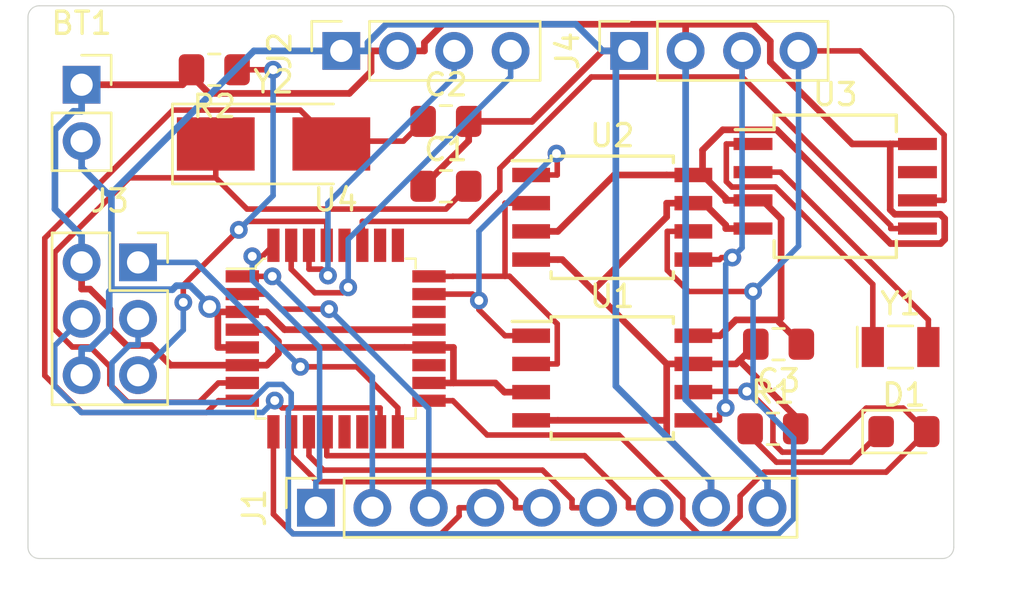
<source format=kicad_pcb>
(kicad_pcb (version 20171130) (host pcbnew "(5.1.4)-1")

  (general
    (thickness 1.6)
    (drawings 8)
    (tracks 369)
    (zones 0)
    (modules 17)
    (nets 32)
  )

  (page A4)
  (title_block
    (title "Battery Powered Arduino Clone with Clock and Extended EEPROM")
    (date 2019-10-15)
    (rev 1)
    (company "University of Houston")
    (comment 1 "Designed by Prudhvi Thota")
  )

  (layers
    (0 F.Cu signal)
    (31 B.Cu mixed)
    (32 B.Adhes user)
    (33 F.Adhes user)
    (34 B.Paste user)
    (35 F.Paste user)
    (36 B.SilkS user)
    (37 F.SilkS user)
    (38 B.Mask user)
    (39 F.Mask user)
    (40 Dwgs.User user)
    (41 Cmts.User user)
    (42 Eco1.User user)
    (43 Eco2.User user)
    (44 Edge.Cuts user)
    (45 Margin user)
    (46 B.CrtYd user)
    (47 F.CrtYd user)
    (48 B.Fab user)
    (49 F.Fab user)
  )

  (setup
    (last_trace_width 0.25)
    (user_trace_width 0.3)
    (trace_clearance 0.2)
    (zone_clearance 0.508)
    (zone_45_only no)
    (trace_min 0.2)
    (via_size 0.8)
    (via_drill 0.4)
    (via_min_size 0.4)
    (via_min_drill 0.3)
    (user_via 1 0.6)
    (uvia_size 0.3)
    (uvia_drill 0.1)
    (uvias_allowed no)
    (uvia_min_size 0.2)
    (uvia_min_drill 0.1)
    (edge_width 0.05)
    (segment_width 0.2)
    (pcb_text_width 0.3)
    (pcb_text_size 1.5 1.5)
    (mod_edge_width 0.12)
    (mod_text_size 1 1)
    (mod_text_width 0.15)
    (pad_size 1.524 1.524)
    (pad_drill 0.762)
    (pad_to_mask_clearance 0.051)
    (solder_mask_min_width 0.25)
    (aux_axis_origin 0 0)
    (visible_elements FFFFFF7F)
    (pcbplotparams
      (layerselection 0x010fc_ffffffff)
      (usegerberextensions false)
      (usegerberattributes false)
      (usegerberadvancedattributes false)
      (creategerberjobfile false)
      (excludeedgelayer true)
      (linewidth 0.100000)
      (plotframeref false)
      (viasonmask false)
      (mode 1)
      (useauxorigin false)
      (hpglpennumber 1)
      (hpglpenspeed 20)
      (hpglpendiameter 15.000000)
      (psnegative false)
      (psa4output false)
      (plotreference true)
      (plotvalue true)
      (plotinvisibletext false)
      (padsonsilk false)
      (subtractmaskfromsilk false)
      (outputformat 1)
      (mirror false)
      (drillshape 1)
      (scaleselection 1)
      (outputdirectory ""))
  )

  (net 0 "")
  (net 1 /Vcc)
  (net 2 GNDPWR)
  (net 3 "Net-(C1-Pad2)")
  (net 4 "Net-(C2-Pad1)")
  (net 5 "Net-(D1-Pad1)")
  (net 6 /SCK)
  (net 7 /D2)
  (net 8 /D3)
  (net 9 /D4)
  (net 10 /D5)
  (net 11 /D6)
  (net 12 /D7)
  (net 13 /D8)
  (net 14 /RX)
  (net 15 /TX)
  (net 16 /MISO)
  (net 17 /MOSI)
  (net 18 /RESET)
  (net 19 /SDA)
  (net 20 /ADDS1)
  (net 21 /ADDS2)
  (net 22 "Net-(U3-Pad1)")
  (net 23 "Net-(U3-Pad2)")
  (net 24 "Net-(U3-Pad7)")
  (net 25 "Net-(U4-Pad13)")
  (net 26 "Net-(U4-Pad14)")
  (net 27 "Net-(U4-Pad19)")
  (net 28 "Net-(U4-Pad22)")
  (net 29 "Net-(U4-Pad25)")
  (net 30 "Net-(U4-Pad26)")
  (net 31 "Net-(U4-Pad28)")

  (net_class Default "This is the default net class."
    (clearance 0.2)
    (trace_width 0.25)
    (via_dia 0.8)
    (via_drill 0.4)
    (uvia_dia 0.3)
    (uvia_drill 0.1)
    (add_net /ADDS1)
    (add_net /ADDS2)
    (add_net /D2)
    (add_net /D3)
    (add_net /D4)
    (add_net /D5)
    (add_net /D6)
    (add_net /D7)
    (add_net /D8)
    (add_net /MISO)
    (add_net /MOSI)
    (add_net /RESET)
    (add_net /RX)
    (add_net /SCK)
    (add_net /SDA)
    (add_net /TX)
    (add_net "Net-(C1-Pad2)")
    (add_net "Net-(C2-Pad1)")
    (add_net "Net-(D1-Pad1)")
    (add_net "Net-(U3-Pad1)")
    (add_net "Net-(U3-Pad2)")
    (add_net "Net-(U3-Pad7)")
    (add_net "Net-(U4-Pad13)")
    (add_net "Net-(U4-Pad14)")
    (add_net "Net-(U4-Pad19)")
    (add_net "Net-(U4-Pad22)")
    (add_net "Net-(U4-Pad25)")
    (add_net "Net-(U4-Pad26)")
    (add_net "Net-(U4-Pad28)")
  )

  (net_class "Power " ""
    (clearance 0.2)
    (trace_width 0.3)
    (via_dia 1)
    (via_drill 0.6)
    (uvia_dia 0.3)
    (uvia_drill 0.1)
    (add_net /Vcc)
    (add_net GNDPWR)
  )

  (module Connector_PinSocket_2.54mm:PinSocket_1x02_P2.54mm_Vertical (layer F.Cu) (tedit 5A19A420) (tstamp 5DA66A48)
    (at 73.533 77.724)
    (descr "Through hole straight socket strip, 1x02, 2.54mm pitch, single row (from Kicad 4.0.7), script generated")
    (tags "Through hole socket strip THT 1x02 2.54mm single row")
    (path /5DA5FF01)
    (fp_text reference BT1 (at 0 -2.77) (layer F.SilkS)
      (effects (font (size 1 1) (thickness 0.15)))
    )
    (fp_text value Battery3V (at 0 5.31) (layer F.Fab)
      (effects (font (size 1 1) (thickness 0.15)))
    )
    (fp_line (start -1.27 -1.27) (end 0.635 -1.27) (layer F.Fab) (width 0.1))
    (fp_line (start 0.635 -1.27) (end 1.27 -0.635) (layer F.Fab) (width 0.1))
    (fp_line (start 1.27 -0.635) (end 1.27 3.81) (layer F.Fab) (width 0.1))
    (fp_line (start 1.27 3.81) (end -1.27 3.81) (layer F.Fab) (width 0.1))
    (fp_line (start -1.27 3.81) (end -1.27 -1.27) (layer F.Fab) (width 0.1))
    (fp_line (start -1.33 1.27) (end 1.33 1.27) (layer F.SilkS) (width 0.12))
    (fp_line (start -1.33 1.27) (end -1.33 3.87) (layer F.SilkS) (width 0.12))
    (fp_line (start -1.33 3.87) (end 1.33 3.87) (layer F.SilkS) (width 0.12))
    (fp_line (start 1.33 1.27) (end 1.33 3.87) (layer F.SilkS) (width 0.12))
    (fp_line (start 1.33 -1.33) (end 1.33 0) (layer F.SilkS) (width 0.12))
    (fp_line (start 0 -1.33) (end 1.33 -1.33) (layer F.SilkS) (width 0.12))
    (fp_line (start -1.8 -1.8) (end 1.75 -1.8) (layer F.CrtYd) (width 0.05))
    (fp_line (start 1.75 -1.8) (end 1.75 4.3) (layer F.CrtYd) (width 0.05))
    (fp_line (start 1.75 4.3) (end -1.8 4.3) (layer F.CrtYd) (width 0.05))
    (fp_line (start -1.8 4.3) (end -1.8 -1.8) (layer F.CrtYd) (width 0.05))
    (fp_text user %R (at 0 1.27 90) (layer F.Fab)
      (effects (font (size 1 1) (thickness 0.15)))
    )
    (pad 1 thru_hole rect (at 0 0) (size 1.7 1.7) (drill 1) (layers *.Cu *.Mask)
      (net 1 /Vcc))
    (pad 2 thru_hole oval (at 0 2.54) (size 1.7 1.7) (drill 1) (layers *.Cu *.Mask)
      (net 2 GNDPWR))
    (model ${KISYS3DMOD}/Connector_PinSocket_2.54mm.3dshapes/PinSocket_1x02_P2.54mm_Vertical.wrl
      (at (xyz 0 0 0))
      (scale (xyz 1 1 1))
      (rotate (xyz 0 0 0))
    )
  )

  (module Capacitor_SMD:C_0805_2012Metric_Pad1.15x1.40mm_HandSolder (layer F.Cu) (tedit 5B36C52B) (tstamp 5DA66A59)
    (at 89.925 82.296)
    (descr "Capacitor SMD 0805 (2012 Metric), square (rectangular) end terminal, IPC_7351 nominal with elongated pad for handsoldering. (Body size source: https://docs.google.com/spreadsheets/d/1BsfQQcO9C6DZCsRaXUlFlo91Tg2WpOkGARC1WS5S8t0/edit?usp=sharing), generated with kicad-footprint-generator")
    (tags "capacitor handsolder")
    (path /5DA60F7B)
    (attr smd)
    (fp_text reference C1 (at 0 -1.65) (layer F.SilkS)
      (effects (font (size 1 1) (thickness 0.15)))
    )
    (fp_text value 22pF (at 0 1.65) (layer F.Fab)
      (effects (font (size 1 1) (thickness 0.15)))
    )
    (fp_line (start -1 0.6) (end -1 -0.6) (layer F.Fab) (width 0.1))
    (fp_line (start -1 -0.6) (end 1 -0.6) (layer F.Fab) (width 0.1))
    (fp_line (start 1 -0.6) (end 1 0.6) (layer F.Fab) (width 0.1))
    (fp_line (start 1 0.6) (end -1 0.6) (layer F.Fab) (width 0.1))
    (fp_line (start -0.261252 -0.71) (end 0.261252 -0.71) (layer F.SilkS) (width 0.12))
    (fp_line (start -0.261252 0.71) (end 0.261252 0.71) (layer F.SilkS) (width 0.12))
    (fp_line (start -1.85 0.95) (end -1.85 -0.95) (layer F.CrtYd) (width 0.05))
    (fp_line (start -1.85 -0.95) (end 1.85 -0.95) (layer F.CrtYd) (width 0.05))
    (fp_line (start 1.85 -0.95) (end 1.85 0.95) (layer F.CrtYd) (width 0.05))
    (fp_line (start 1.85 0.95) (end -1.85 0.95) (layer F.CrtYd) (width 0.05))
    (fp_text user %R (at 0 0) (layer F.Fab)
      (effects (font (size 0.5 0.5) (thickness 0.08)))
    )
    (pad 1 smd roundrect (at -1.025 0) (size 1.15 1.4) (layers F.Cu F.Paste F.Mask) (roundrect_rratio 0.217391)
      (net 2 GNDPWR))
    (pad 2 smd roundrect (at 1.025 0) (size 1.15 1.4) (layers F.Cu F.Paste F.Mask) (roundrect_rratio 0.217391)
      (net 3 "Net-(C1-Pad2)"))
    (model ${KISYS3DMOD}/Capacitor_SMD.3dshapes/C_0805_2012Metric.wrl
      (at (xyz 0 0 0))
      (scale (xyz 1 1 1))
      (rotate (xyz 0 0 0))
    )
  )

  (module Capacitor_SMD:C_0805_2012Metric_Pad1.15x1.40mm_HandSolder (layer F.Cu) (tedit 5B36C52B) (tstamp 5DA67DC8)
    (at 89.925 79.375)
    (descr "Capacitor SMD 0805 (2012 Metric), square (rectangular) end terminal, IPC_7351 nominal with elongated pad for handsoldering. (Body size source: https://docs.google.com/spreadsheets/d/1BsfQQcO9C6DZCsRaXUlFlo91Tg2WpOkGARC1WS5S8t0/edit?usp=sharing), generated with kicad-footprint-generator")
    (tags "capacitor handsolder")
    (path /5DA61182)
    (attr smd)
    (fp_text reference C2 (at 0 -1.65) (layer F.SilkS)
      (effects (font (size 1 1) (thickness 0.15)))
    )
    (fp_text value 22pF (at 0 1.65) (layer F.Fab)
      (effects (font (size 1 1) (thickness 0.15)))
    )
    (fp_text user %R (at 0 0) (layer F.Fab)
      (effects (font (size 0.5 0.5) (thickness 0.08)))
    )
    (fp_line (start 1.85 0.95) (end -1.85 0.95) (layer F.CrtYd) (width 0.05))
    (fp_line (start 1.85 -0.95) (end 1.85 0.95) (layer F.CrtYd) (width 0.05))
    (fp_line (start -1.85 -0.95) (end 1.85 -0.95) (layer F.CrtYd) (width 0.05))
    (fp_line (start -1.85 0.95) (end -1.85 -0.95) (layer F.CrtYd) (width 0.05))
    (fp_line (start -0.261252 0.71) (end 0.261252 0.71) (layer F.SilkS) (width 0.12))
    (fp_line (start -0.261252 -0.71) (end 0.261252 -0.71) (layer F.SilkS) (width 0.12))
    (fp_line (start 1 0.6) (end -1 0.6) (layer F.Fab) (width 0.1))
    (fp_line (start 1 -0.6) (end 1 0.6) (layer F.Fab) (width 0.1))
    (fp_line (start -1 -0.6) (end 1 -0.6) (layer F.Fab) (width 0.1))
    (fp_line (start -1 0.6) (end -1 -0.6) (layer F.Fab) (width 0.1))
    (pad 2 smd roundrect (at 1.025 0) (size 1.15 1.4) (layers F.Cu F.Paste F.Mask) (roundrect_rratio 0.217391)
      (net 2 GNDPWR))
    (pad 1 smd roundrect (at -1.025 0) (size 1.15 1.4) (layers F.Cu F.Paste F.Mask) (roundrect_rratio 0.217391)
      (net 4 "Net-(C2-Pad1)"))
    (model ${KISYS3DMOD}/Capacitor_SMD.3dshapes/C_0805_2012Metric.wrl
      (at (xyz 0 0 0))
      (scale (xyz 1 1 1))
      (rotate (xyz 0 0 0))
    )
  )

  (module Capacitor_SMD:C_0805_2012Metric_Pad1.15x1.40mm_HandSolder (layer F.Cu) (tedit 5B36C52B) (tstamp 5DA679EC)
    (at 104.893 89.408 180)
    (descr "Capacitor SMD 0805 (2012 Metric), square (rectangular) end terminal, IPC_7351 nominal with elongated pad for handsoldering. (Body size source: https://docs.google.com/spreadsheets/d/1BsfQQcO9C6DZCsRaXUlFlo91Tg2WpOkGARC1WS5S8t0/edit?usp=sharing), generated with kicad-footprint-generator")
    (tags "capacitor handsolder")
    (path /5DA61553)
    (attr smd)
    (fp_text reference C3 (at 0 -1.65) (layer F.SilkS)
      (effects (font (size 1 1) (thickness 0.15)))
    )
    (fp_text value 10uF (at 0 1.65) (layer F.Fab)
      (effects (font (size 1 1) (thickness 0.15)))
    )
    (fp_line (start -1 0.6) (end -1 -0.6) (layer F.Fab) (width 0.1))
    (fp_line (start -1 -0.6) (end 1 -0.6) (layer F.Fab) (width 0.1))
    (fp_line (start 1 -0.6) (end 1 0.6) (layer F.Fab) (width 0.1))
    (fp_line (start 1 0.6) (end -1 0.6) (layer F.Fab) (width 0.1))
    (fp_line (start -0.261252 -0.71) (end 0.261252 -0.71) (layer F.SilkS) (width 0.12))
    (fp_line (start -0.261252 0.71) (end 0.261252 0.71) (layer F.SilkS) (width 0.12))
    (fp_line (start -1.85 0.95) (end -1.85 -0.95) (layer F.CrtYd) (width 0.05))
    (fp_line (start -1.85 -0.95) (end 1.85 -0.95) (layer F.CrtYd) (width 0.05))
    (fp_line (start 1.85 -0.95) (end 1.85 0.95) (layer F.CrtYd) (width 0.05))
    (fp_line (start 1.85 0.95) (end -1.85 0.95) (layer F.CrtYd) (width 0.05))
    (fp_text user %R (at 0 0) (layer F.Fab)
      (effects (font (size 0.5 0.5) (thickness 0.08)))
    )
    (pad 1 smd roundrect (at -1.025 0 180) (size 1.15 1.4) (layers F.Cu F.Paste F.Mask) (roundrect_rratio 0.217391)
      (net 1 /Vcc))
    (pad 2 smd roundrect (at 1.025 0 180) (size 1.15 1.4) (layers F.Cu F.Paste F.Mask) (roundrect_rratio 0.217391)
      (net 2 GNDPWR))
    (model ${KISYS3DMOD}/Capacitor_SMD.3dshapes/C_0805_2012Metric.wrl
      (at (xyz 0 0 0))
      (scale (xyz 1 1 1))
      (rotate (xyz 0 0 0))
    )
  )

  (module LED_SMD:LED_0805_2012Metric_Pad1.15x1.40mm_HandSolder (layer F.Cu) (tedit 5B4B45C9) (tstamp 5DA66A8E)
    (at 110.533 93.345)
    (descr "LED SMD 0805 (2012 Metric), square (rectangular) end terminal, IPC_7351 nominal, (Body size source: https://docs.google.com/spreadsheets/d/1BsfQQcO9C6DZCsRaXUlFlo91Tg2WpOkGARC1WS5S8t0/edit?usp=sharing), generated with kicad-footprint-generator")
    (tags "LED handsolder")
    (path /5DA61A1F)
    (attr smd)
    (fp_text reference D1 (at 0 -1.65) (layer F.SilkS)
      (effects (font (size 1 1) (thickness 0.15)))
    )
    (fp_text value LED (at 0 1.65) (layer F.Fab)
      (effects (font (size 1 1) (thickness 0.15)))
    )
    (fp_line (start 1 -0.6) (end -0.7 -0.6) (layer F.Fab) (width 0.1))
    (fp_line (start -0.7 -0.6) (end -1 -0.3) (layer F.Fab) (width 0.1))
    (fp_line (start -1 -0.3) (end -1 0.6) (layer F.Fab) (width 0.1))
    (fp_line (start -1 0.6) (end 1 0.6) (layer F.Fab) (width 0.1))
    (fp_line (start 1 0.6) (end 1 -0.6) (layer F.Fab) (width 0.1))
    (fp_line (start 1 -0.96) (end -1.86 -0.96) (layer F.SilkS) (width 0.12))
    (fp_line (start -1.86 -0.96) (end -1.86 0.96) (layer F.SilkS) (width 0.12))
    (fp_line (start -1.86 0.96) (end 1 0.96) (layer F.SilkS) (width 0.12))
    (fp_line (start -1.85 0.95) (end -1.85 -0.95) (layer F.CrtYd) (width 0.05))
    (fp_line (start -1.85 -0.95) (end 1.85 -0.95) (layer F.CrtYd) (width 0.05))
    (fp_line (start 1.85 -0.95) (end 1.85 0.95) (layer F.CrtYd) (width 0.05))
    (fp_line (start 1.85 0.95) (end -1.85 0.95) (layer F.CrtYd) (width 0.05))
    (fp_text user %R (at 0 0) (layer F.Fab)
      (effects (font (size 0.5 0.5) (thickness 0.08)))
    )
    (pad 1 smd roundrect (at -1.025 0) (size 1.15 1.4) (layers F.Cu F.Paste F.Mask) (roundrect_rratio 0.217391)
      (net 5 "Net-(D1-Pad1)"))
    (pad 2 smd roundrect (at 1.025 0) (size 1.15 1.4) (layers F.Cu F.Paste F.Mask) (roundrect_rratio 0.217391)
      (net 6 /SCK))
    (model ${KISYS3DMOD}/LED_SMD.3dshapes/LED_0805_2012Metric.wrl
      (at (xyz 0 0 0))
      (scale (xyz 1 1 1))
      (rotate (xyz 0 0 0))
    )
  )

  (module Connector_PinSocket_2.54mm:PinSocket_1x09_P2.54mm_Vertical (layer F.Cu) (tedit 5A19A431) (tstamp 5DA66AAB)
    (at 84.074 96.774 90)
    (descr "Through hole straight socket strip, 1x09, 2.54mm pitch, single row (from Kicad 4.0.7), script generated")
    (tags "Through hole socket strip THT 1x09 2.54mm single row")
    (path /5DA64665/5DA69CA3)
    (fp_text reference J1 (at 0 -2.77 90) (layer F.SilkS)
      (effects (font (size 1 1) (thickness 0.15)))
    )
    (fp_text value "Digital pins" (at 0 23.09 90) (layer F.Fab)
      (effects (font (size 1 1) (thickness 0.15)))
    )
    (fp_line (start -1.27 -1.27) (end 0.635 -1.27) (layer F.Fab) (width 0.1))
    (fp_line (start 0.635 -1.27) (end 1.27 -0.635) (layer F.Fab) (width 0.1))
    (fp_line (start 1.27 -0.635) (end 1.27 21.59) (layer F.Fab) (width 0.1))
    (fp_line (start 1.27 21.59) (end -1.27 21.59) (layer F.Fab) (width 0.1))
    (fp_line (start -1.27 21.59) (end -1.27 -1.27) (layer F.Fab) (width 0.1))
    (fp_line (start -1.33 1.27) (end 1.33 1.27) (layer F.SilkS) (width 0.12))
    (fp_line (start -1.33 1.27) (end -1.33 21.65) (layer F.SilkS) (width 0.12))
    (fp_line (start -1.33 21.65) (end 1.33 21.65) (layer F.SilkS) (width 0.12))
    (fp_line (start 1.33 1.27) (end 1.33 21.65) (layer F.SilkS) (width 0.12))
    (fp_line (start 1.33 -1.33) (end 1.33 0) (layer F.SilkS) (width 0.12))
    (fp_line (start 0 -1.33) (end 1.33 -1.33) (layer F.SilkS) (width 0.12))
    (fp_line (start -1.8 -1.8) (end 1.75 -1.8) (layer F.CrtYd) (width 0.05))
    (fp_line (start 1.75 -1.8) (end 1.75 22.1) (layer F.CrtYd) (width 0.05))
    (fp_line (start 1.75 22.1) (end -1.8 22.1) (layer F.CrtYd) (width 0.05))
    (fp_line (start -1.8 22.1) (end -1.8 -1.8) (layer F.CrtYd) (width 0.05))
    (fp_text user %R (at 0 10.16) (layer F.Fab)
      (effects (font (size 1 1) (thickness 0.15)))
    )
    (pad 1 thru_hole rect (at 0 0 90) (size 1.7 1.7) (drill 1) (layers *.Cu *.Mask)
      (net 7 /D2))
    (pad 2 thru_hole oval (at 0 2.54 90) (size 1.7 1.7) (drill 1) (layers *.Cu *.Mask)
      (net 8 /D3))
    (pad 3 thru_hole oval (at 0 5.08 90) (size 1.7 1.7) (drill 1) (layers *.Cu *.Mask)
      (net 9 /D4))
    (pad 4 thru_hole oval (at 0 7.62 90) (size 1.7 1.7) (drill 1) (layers *.Cu *.Mask)
      (net 10 /D5))
    (pad 5 thru_hole oval (at 0 10.16 90) (size 1.7 1.7) (drill 1) (layers *.Cu *.Mask)
      (net 11 /D6))
    (pad 6 thru_hole oval (at 0 12.7 90) (size 1.7 1.7) (drill 1) (layers *.Cu *.Mask)
      (net 12 /D7))
    (pad 7 thru_hole oval (at 0 15.24 90) (size 1.7 1.7) (drill 1) (layers *.Cu *.Mask)
      (net 13 /D8))
    (pad 8 thru_hole oval (at 0 17.78 90) (size 1.7 1.7) (drill 1) (layers *.Cu *.Mask)
      (net 2 GNDPWR))
    (pad 9 thru_hole oval (at 0 20.32 90) (size 1.7 1.7) (drill 1) (layers *.Cu *.Mask)
      (net 1 /Vcc))
    (model ${KISYS3DMOD}/Connector_PinSocket_2.54mm.3dshapes/PinSocket_1x09_P2.54mm_Vertical.wrl
      (at (xyz 0 0 0))
      (scale (xyz 1 1 1))
      (rotate (xyz 0 0 0))
    )
  )

  (module Connector_PinSocket_2.54mm:PinSocket_1x04_P2.54mm_Vertical (layer F.Cu) (tedit 5A19A429) (tstamp 5DA66AC3)
    (at 85.217 76.2 90)
    (descr "Through hole straight socket strip, 1x04, 2.54mm pitch, single row (from Kicad 4.0.7), script generated")
    (tags "Through hole socket strip THT 1x04 2.54mm single row")
    (path /5DA64665/5DA6BCAE)
    (fp_text reference J2 (at 0 -2.77 90) (layer F.SilkS)
      (effects (font (size 1 1) (thickness 0.15)))
    )
    (fp_text value Serial (at 0 10.39 90) (layer F.Fab)
      (effects (font (size 1 1) (thickness 0.15)))
    )
    (fp_line (start -1.27 -1.27) (end 0.635 -1.27) (layer F.Fab) (width 0.1))
    (fp_line (start 0.635 -1.27) (end 1.27 -0.635) (layer F.Fab) (width 0.1))
    (fp_line (start 1.27 -0.635) (end 1.27 8.89) (layer F.Fab) (width 0.1))
    (fp_line (start 1.27 8.89) (end -1.27 8.89) (layer F.Fab) (width 0.1))
    (fp_line (start -1.27 8.89) (end -1.27 -1.27) (layer F.Fab) (width 0.1))
    (fp_line (start -1.33 1.27) (end 1.33 1.27) (layer F.SilkS) (width 0.12))
    (fp_line (start -1.33 1.27) (end -1.33 8.95) (layer F.SilkS) (width 0.12))
    (fp_line (start -1.33 8.95) (end 1.33 8.95) (layer F.SilkS) (width 0.12))
    (fp_line (start 1.33 1.27) (end 1.33 8.95) (layer F.SilkS) (width 0.12))
    (fp_line (start 1.33 -1.33) (end 1.33 0) (layer F.SilkS) (width 0.12))
    (fp_line (start 0 -1.33) (end 1.33 -1.33) (layer F.SilkS) (width 0.12))
    (fp_line (start -1.8 -1.8) (end 1.75 -1.8) (layer F.CrtYd) (width 0.05))
    (fp_line (start 1.75 -1.8) (end 1.75 9.4) (layer F.CrtYd) (width 0.05))
    (fp_line (start 1.75 9.4) (end -1.8 9.4) (layer F.CrtYd) (width 0.05))
    (fp_line (start -1.8 9.4) (end -1.8 -1.8) (layer F.CrtYd) (width 0.05))
    (fp_text user %R (at 0 3.81) (layer F.Fab)
      (effects (font (size 1 1) (thickness 0.15)))
    )
    (pad 1 thru_hole rect (at 0 0 90) (size 1.7 1.7) (drill 1) (layers *.Cu *.Mask)
      (net 2 GNDPWR))
    (pad 2 thru_hole oval (at 0 2.54 90) (size 1.7 1.7) (drill 1) (layers *.Cu *.Mask)
      (net 1 /Vcc))
    (pad 3 thru_hole oval (at 0 5.08 90) (size 1.7 1.7) (drill 1) (layers *.Cu *.Mask)
      (net 14 /RX))
    (pad 4 thru_hole oval (at 0 7.62 90) (size 1.7 1.7) (drill 1) (layers *.Cu *.Mask)
      (net 15 /TX))
    (model ${KISYS3DMOD}/Connector_PinSocket_2.54mm.3dshapes/PinSocket_1x04_P2.54mm_Vertical.wrl
      (at (xyz 0 0 0))
      (scale (xyz 1 1 1))
      (rotate (xyz 0 0 0))
    )
  )

  (module Connector_PinSocket_2.54mm:PinSocket_2x03_P2.54mm_Vertical (layer F.Cu) (tedit 5A19A425) (tstamp 5DA66ADF)
    (at 76.073 85.725)
    (descr "Through hole straight socket strip, 2x03, 2.54mm pitch, double cols (from Kicad 4.0.7), script generated")
    (tags "Through hole socket strip THT 2x03 2.54mm double row")
    (path /5DA64665/5DA6AF0D)
    (fp_text reference J3 (at -1.27 -2.77) (layer F.SilkS)
      (effects (font (size 1 1) (thickness 0.15)))
    )
    (fp_text value ICSP (at -1.27 7.85) (layer F.Fab)
      (effects (font (size 1 1) (thickness 0.15)))
    )
    (fp_line (start -3.81 -1.27) (end 0.27 -1.27) (layer F.Fab) (width 0.1))
    (fp_line (start 0.27 -1.27) (end 1.27 -0.27) (layer F.Fab) (width 0.1))
    (fp_line (start 1.27 -0.27) (end 1.27 6.35) (layer F.Fab) (width 0.1))
    (fp_line (start 1.27 6.35) (end -3.81 6.35) (layer F.Fab) (width 0.1))
    (fp_line (start -3.81 6.35) (end -3.81 -1.27) (layer F.Fab) (width 0.1))
    (fp_line (start -3.87 -1.33) (end -1.27 -1.33) (layer F.SilkS) (width 0.12))
    (fp_line (start -3.87 -1.33) (end -3.87 6.41) (layer F.SilkS) (width 0.12))
    (fp_line (start -3.87 6.41) (end 1.33 6.41) (layer F.SilkS) (width 0.12))
    (fp_line (start 1.33 1.27) (end 1.33 6.41) (layer F.SilkS) (width 0.12))
    (fp_line (start -1.27 1.27) (end 1.33 1.27) (layer F.SilkS) (width 0.12))
    (fp_line (start -1.27 -1.33) (end -1.27 1.27) (layer F.SilkS) (width 0.12))
    (fp_line (start 1.33 -1.33) (end 1.33 0) (layer F.SilkS) (width 0.12))
    (fp_line (start 0 -1.33) (end 1.33 -1.33) (layer F.SilkS) (width 0.12))
    (fp_line (start -4.34 -1.8) (end 1.76 -1.8) (layer F.CrtYd) (width 0.05))
    (fp_line (start 1.76 -1.8) (end 1.76 6.85) (layer F.CrtYd) (width 0.05))
    (fp_line (start 1.76 6.85) (end -4.34 6.85) (layer F.CrtYd) (width 0.05))
    (fp_line (start -4.34 6.85) (end -4.34 -1.8) (layer F.CrtYd) (width 0.05))
    (fp_text user %R (at -1.27 2.54 90) (layer F.Fab)
      (effects (font (size 1 1) (thickness 0.15)))
    )
    (pad 1 thru_hole rect (at 0 0) (size 1.7 1.7) (drill 1) (layers *.Cu *.Mask)
      (net 16 /MISO))
    (pad 2 thru_hole oval (at -2.54 0) (size 1.7 1.7) (drill 1) (layers *.Cu *.Mask)
      (net 1 /Vcc))
    (pad 3 thru_hole oval (at 0 2.54) (size 1.7 1.7) (drill 1) (layers *.Cu *.Mask)
      (net 6 /SCK))
    (pad 4 thru_hole oval (at -2.54 2.54) (size 1.7 1.7) (drill 1) (layers *.Cu *.Mask)
      (net 17 /MOSI))
    (pad 5 thru_hole oval (at 0 5.08) (size 1.7 1.7) (drill 1) (layers *.Cu *.Mask)
      (net 18 /RESET))
    (pad 6 thru_hole oval (at -2.54 5.08) (size 1.7 1.7) (drill 1) (layers *.Cu *.Mask)
      (net 2 GNDPWR))
    (model ${KISYS3DMOD}/Connector_PinSocket_2.54mm.3dshapes/PinSocket_2x03_P2.54mm_Vertical.wrl
      (at (xyz 0 0 0))
      (scale (xyz 1 1 1))
      (rotate (xyz 0 0 0))
    )
  )

  (module Connector_PinSocket_2.54mm:PinSocket_1x04_P2.54mm_Vertical (layer F.Cu) (tedit 5A19A429) (tstamp 5DA67F6E)
    (at 98.171 76.2 90)
    (descr "Through hole straight socket strip, 1x04, 2.54mm pitch, single row (from Kicad 4.0.7), script generated")
    (tags "Through hole socket strip THT 1x04 2.54mm single row")
    (path /5DA64665/5DA6A930)
    (fp_text reference J4 (at 0 -2.77 90) (layer F.SilkS)
      (effects (font (size 1 1) (thickness 0.15)))
    )
    (fp_text value I2C (at 0 10.39 90) (layer F.Fab)
      (effects (font (size 1 1) (thickness 0.15)))
    )
    (fp_text user %R (at 0 3.81) (layer F.Fab)
      (effects (font (size 1 1) (thickness 0.15)))
    )
    (fp_line (start -1.8 9.4) (end -1.8 -1.8) (layer F.CrtYd) (width 0.05))
    (fp_line (start 1.75 9.4) (end -1.8 9.4) (layer F.CrtYd) (width 0.05))
    (fp_line (start 1.75 -1.8) (end 1.75 9.4) (layer F.CrtYd) (width 0.05))
    (fp_line (start -1.8 -1.8) (end 1.75 -1.8) (layer F.CrtYd) (width 0.05))
    (fp_line (start 0 -1.33) (end 1.33 -1.33) (layer F.SilkS) (width 0.12))
    (fp_line (start 1.33 -1.33) (end 1.33 0) (layer F.SilkS) (width 0.12))
    (fp_line (start 1.33 1.27) (end 1.33 8.95) (layer F.SilkS) (width 0.12))
    (fp_line (start -1.33 8.95) (end 1.33 8.95) (layer F.SilkS) (width 0.12))
    (fp_line (start -1.33 1.27) (end -1.33 8.95) (layer F.SilkS) (width 0.12))
    (fp_line (start -1.33 1.27) (end 1.33 1.27) (layer F.SilkS) (width 0.12))
    (fp_line (start -1.27 8.89) (end -1.27 -1.27) (layer F.Fab) (width 0.1))
    (fp_line (start 1.27 8.89) (end -1.27 8.89) (layer F.Fab) (width 0.1))
    (fp_line (start 1.27 -0.635) (end 1.27 8.89) (layer F.Fab) (width 0.1))
    (fp_line (start 0.635 -1.27) (end 1.27 -0.635) (layer F.Fab) (width 0.1))
    (fp_line (start -1.27 -1.27) (end 0.635 -1.27) (layer F.Fab) (width 0.1))
    (pad 4 thru_hole oval (at 0 7.62 90) (size 1.7 1.7) (drill 1) (layers *.Cu *.Mask)
      (net 6 /SCK))
    (pad 3 thru_hole oval (at 0 5.08 90) (size 1.7 1.7) (drill 1) (layers *.Cu *.Mask)
      (net 19 /SDA))
    (pad 2 thru_hole oval (at 0 2.54 90) (size 1.7 1.7) (drill 1) (layers *.Cu *.Mask)
      (net 1 /Vcc))
    (pad 1 thru_hole rect (at 0 0 90) (size 1.7 1.7) (drill 1) (layers *.Cu *.Mask)
      (net 2 GNDPWR))
    (model ${KISYS3DMOD}/Connector_PinSocket_2.54mm.3dshapes/PinSocket_1x04_P2.54mm_Vertical.wrl
      (at (xyz 0 0 0))
      (scale (xyz 1 1 1))
      (rotate (xyz 0 0 0))
    )
  )

  (module Resistor_SMD:R_0805_2012Metric_Pad1.15x1.40mm_HandSolder (layer F.Cu) (tedit 5B36C52B) (tstamp 5DA66B08)
    (at 104.639 93.218)
    (descr "Resistor SMD 0805 (2012 Metric), square (rectangular) end terminal, IPC_7351 nominal with elongated pad for handsoldering. (Body size source: https://docs.google.com/spreadsheets/d/1BsfQQcO9C6DZCsRaXUlFlo91Tg2WpOkGARC1WS5S8t0/edit?usp=sharing), generated with kicad-footprint-generator")
    (tags "resistor handsolder")
    (path /5DA62094)
    (attr smd)
    (fp_text reference R1 (at 0 -1.65) (layer F.SilkS)
      (effects (font (size 1 1) (thickness 0.15)))
    )
    (fp_text value 330Ohm (at 0 1.65) (layer F.Fab)
      (effects (font (size 1 1) (thickness 0.15)))
    )
    (fp_text user %R (at 0 0) (layer F.Fab)
      (effects (font (size 0.5 0.5) (thickness 0.08)))
    )
    (fp_line (start 1.85 0.95) (end -1.85 0.95) (layer F.CrtYd) (width 0.05))
    (fp_line (start 1.85 -0.95) (end 1.85 0.95) (layer F.CrtYd) (width 0.05))
    (fp_line (start -1.85 -0.95) (end 1.85 -0.95) (layer F.CrtYd) (width 0.05))
    (fp_line (start -1.85 0.95) (end -1.85 -0.95) (layer F.CrtYd) (width 0.05))
    (fp_line (start -0.261252 0.71) (end 0.261252 0.71) (layer F.SilkS) (width 0.12))
    (fp_line (start -0.261252 -0.71) (end 0.261252 -0.71) (layer F.SilkS) (width 0.12))
    (fp_line (start 1 0.6) (end -1 0.6) (layer F.Fab) (width 0.1))
    (fp_line (start 1 -0.6) (end 1 0.6) (layer F.Fab) (width 0.1))
    (fp_line (start -1 -0.6) (end 1 -0.6) (layer F.Fab) (width 0.1))
    (fp_line (start -1 0.6) (end -1 -0.6) (layer F.Fab) (width 0.1))
    (pad 2 smd roundrect (at 1.025 0) (size 1.15 1.4) (layers F.Cu F.Paste F.Mask) (roundrect_rratio 0.217391)
      (net 2 GNDPWR))
    (pad 1 smd roundrect (at -1.025 0) (size 1.15 1.4) (layers F.Cu F.Paste F.Mask) (roundrect_rratio 0.217391)
      (net 5 "Net-(D1-Pad1)"))
    (model ${KISYS3DMOD}/Resistor_SMD.3dshapes/R_0805_2012Metric.wrl
      (at (xyz 0 0 0))
      (scale (xyz 1 1 1))
      (rotate (xyz 0 0 0))
    )
  )

  (module Resistor_SMD:R_0805_2012Metric_Pad1.15x1.40mm_HandSolder (layer F.Cu) (tedit 5B36C52B) (tstamp 5DA6764D)
    (at 79.502 77.05 180)
    (descr "Resistor SMD 0805 (2012 Metric), square (rectangular) end terminal, IPC_7351 nominal with elongated pad for handsoldering. (Body size source: https://docs.google.com/spreadsheets/d/1BsfQQcO9C6DZCsRaXUlFlo91Tg2WpOkGARC1WS5S8t0/edit?usp=sharing), generated with kicad-footprint-generator")
    (tags "resistor handsolder")
    (path /5DA61E17)
    (attr smd)
    (fp_text reference R2 (at 0 -1.65) (layer F.SilkS)
      (effects (font (size 1 1) (thickness 0.15)))
    )
    (fp_text value 10KOhm (at 0 1.65) (layer F.Fab)
      (effects (font (size 1 1) (thickness 0.15)))
    )
    (fp_line (start -1 0.6) (end -1 -0.6) (layer F.Fab) (width 0.1))
    (fp_line (start -1 -0.6) (end 1 -0.6) (layer F.Fab) (width 0.1))
    (fp_line (start 1 -0.6) (end 1 0.6) (layer F.Fab) (width 0.1))
    (fp_line (start 1 0.6) (end -1 0.6) (layer F.Fab) (width 0.1))
    (fp_line (start -0.261252 -0.71) (end 0.261252 -0.71) (layer F.SilkS) (width 0.12))
    (fp_line (start -0.261252 0.71) (end 0.261252 0.71) (layer F.SilkS) (width 0.12))
    (fp_line (start -1.85 0.95) (end -1.85 -0.95) (layer F.CrtYd) (width 0.05))
    (fp_line (start -1.85 -0.95) (end 1.85 -0.95) (layer F.CrtYd) (width 0.05))
    (fp_line (start 1.85 -0.95) (end 1.85 0.95) (layer F.CrtYd) (width 0.05))
    (fp_line (start 1.85 0.95) (end -1.85 0.95) (layer F.CrtYd) (width 0.05))
    (fp_text user %R (at 0 0) (layer F.Fab)
      (effects (font (size 0.5 0.5) (thickness 0.08)))
    )
    (pad 1 smd roundrect (at -1.025 0 180) (size 1.15 1.4) (layers F.Cu F.Paste F.Mask) (roundrect_rratio 0.217391)
      (net 18 /RESET))
    (pad 2 smd roundrect (at 1.025 0 180) (size 1.15 1.4) (layers F.Cu F.Paste F.Mask) (roundrect_rratio 0.217391)
      (net 1 /Vcc))
    (model ${KISYS3DMOD}/Resistor_SMD.3dshapes/R_0805_2012Metric.wrl
      (at (xyz 0 0 0))
      (scale (xyz 1 1 1))
      (rotate (xyz 0 0 0))
    )
  )

  (module Package_SO:SOIJ-8_5.3x5.3mm_P1.27mm (layer F.Cu) (tedit 5A02F2D3) (tstamp 5DA66B36)
    (at 97.409 90.932)
    (descr "8-Lead Plastic Small Outline (SM) - Medium, 5.28 mm Body [SOIC] (see Microchip Packaging Specification 00000049BS.pdf)")
    (tags "SOIC 1.27")
    (path /5DA62BCC)
    (attr smd)
    (fp_text reference U1 (at 0 -3.68) (layer F.SilkS)
      (effects (font (size 1 1) (thickness 0.15)))
    )
    (fp_text value 24LC1025 (at 0 3.68) (layer F.Fab)
      (effects (font (size 1 1) (thickness 0.15)))
    )
    (fp_text user %R (at 0 0) (layer F.Fab)
      (effects (font (size 1 1) (thickness 0.15)))
    )
    (fp_line (start -1.65 -2.65) (end 2.65 -2.65) (layer F.Fab) (width 0.15))
    (fp_line (start 2.65 -2.65) (end 2.65 2.65) (layer F.Fab) (width 0.15))
    (fp_line (start 2.65 2.65) (end -2.65 2.65) (layer F.Fab) (width 0.15))
    (fp_line (start -2.65 2.65) (end -2.65 -1.65) (layer F.Fab) (width 0.15))
    (fp_line (start -2.65 -1.65) (end -1.65 -2.65) (layer F.Fab) (width 0.15))
    (fp_line (start -4.75 -2.95) (end -4.75 2.95) (layer F.CrtYd) (width 0.05))
    (fp_line (start 4.75 -2.95) (end 4.75 2.95) (layer F.CrtYd) (width 0.05))
    (fp_line (start -4.75 -2.95) (end 4.75 -2.95) (layer F.CrtYd) (width 0.05))
    (fp_line (start -4.75 2.95) (end 4.75 2.95) (layer F.CrtYd) (width 0.05))
    (fp_line (start -2.75 -2.755) (end -2.75 -2.55) (layer F.SilkS) (width 0.15))
    (fp_line (start 2.75 -2.755) (end 2.75 -2.455) (layer F.SilkS) (width 0.15))
    (fp_line (start 2.75 2.755) (end 2.75 2.455) (layer F.SilkS) (width 0.15))
    (fp_line (start -2.75 2.755) (end -2.75 2.455) (layer F.SilkS) (width 0.15))
    (fp_line (start -2.75 -2.755) (end 2.75 -2.755) (layer F.SilkS) (width 0.15))
    (fp_line (start -2.75 2.755) (end 2.75 2.755) (layer F.SilkS) (width 0.15))
    (fp_line (start -2.75 -2.55) (end -4.5 -2.55) (layer F.SilkS) (width 0.15))
    (pad 1 smd rect (at -3.65 -1.905) (size 1.7 0.65) (layers F.Cu F.Paste F.Mask)
      (net 20 /ADDS1))
    (pad 2 smd rect (at -3.65 -0.635) (size 1.7 0.65) (layers F.Cu F.Paste F.Mask)
      (net 21 /ADDS2))
    (pad 3 smd rect (at -3.65 0.635) (size 1.7 0.65) (layers F.Cu F.Paste F.Mask)
      (net 1 /Vcc))
    (pad 4 smd rect (at -3.65 1.905) (size 1.7 0.65) (layers F.Cu F.Paste F.Mask)
      (net 2 GNDPWR))
    (pad 5 smd rect (at 3.65 1.905) (size 1.7 0.65) (layers F.Cu F.Paste F.Mask)
      (net 19 /SDA))
    (pad 6 smd rect (at 3.65 0.635) (size 1.7 0.65) (layers F.Cu F.Paste F.Mask)
      (net 6 /SCK))
    (pad 7 smd rect (at 3.65 -0.635) (size 1.7 0.65) (layers F.Cu F.Paste F.Mask)
      (net 2 GNDPWR))
    (pad 8 smd rect (at 3.65 -1.905) (size 1.7 0.65) (layers F.Cu F.Paste F.Mask)
      (net 1 /Vcc))
    (model ${KISYS3DMOD}/Package_SO.3dshapes/SOIJ-8_5.3x5.3mm_P1.27mm.wrl
      (at (xyz 0 0 0))
      (scale (xyz 1 1 1))
      (rotate (xyz 0 0 0))
    )
  )

  (module Package_SO:SOIJ-8_5.3x5.3mm_P1.27mm (layer F.Cu) (tedit 5A02F2D3) (tstamp 5DA67482)
    (at 97.409 83.693)
    (descr "8-Lead Plastic Small Outline (SM) - Medium, 5.28 mm Body [SOIC] (see Microchip Packaging Specification 00000049BS.pdf)")
    (tags "SOIC 1.27")
    (path /5DA7D0A5)
    (attr smd)
    (fp_text reference U2 (at 0 -3.68) (layer F.SilkS)
      (effects (font (size 1 1) (thickness 0.15)))
    )
    (fp_text value 24LC1025 (at 0 3.68) (layer F.Fab)
      (effects (font (size 1 1) (thickness 0.15)))
    )
    (fp_line (start -2.75 -2.55) (end -4.5 -2.55) (layer F.SilkS) (width 0.15))
    (fp_line (start -2.75 2.755) (end 2.75 2.755) (layer F.SilkS) (width 0.15))
    (fp_line (start -2.75 -2.755) (end 2.75 -2.755) (layer F.SilkS) (width 0.15))
    (fp_line (start -2.75 2.755) (end -2.75 2.455) (layer F.SilkS) (width 0.15))
    (fp_line (start 2.75 2.755) (end 2.75 2.455) (layer F.SilkS) (width 0.15))
    (fp_line (start 2.75 -2.755) (end 2.75 -2.455) (layer F.SilkS) (width 0.15))
    (fp_line (start -2.75 -2.755) (end -2.75 -2.55) (layer F.SilkS) (width 0.15))
    (fp_line (start -4.75 2.95) (end 4.75 2.95) (layer F.CrtYd) (width 0.05))
    (fp_line (start -4.75 -2.95) (end 4.75 -2.95) (layer F.CrtYd) (width 0.05))
    (fp_line (start 4.75 -2.95) (end 4.75 2.95) (layer F.CrtYd) (width 0.05))
    (fp_line (start -4.75 -2.95) (end -4.75 2.95) (layer F.CrtYd) (width 0.05))
    (fp_line (start -2.65 -1.65) (end -1.65 -2.65) (layer F.Fab) (width 0.15))
    (fp_line (start -2.65 2.65) (end -2.65 -1.65) (layer F.Fab) (width 0.15))
    (fp_line (start 2.65 2.65) (end -2.65 2.65) (layer F.Fab) (width 0.15))
    (fp_line (start 2.65 -2.65) (end 2.65 2.65) (layer F.Fab) (width 0.15))
    (fp_line (start -1.65 -2.65) (end 2.65 -2.65) (layer F.Fab) (width 0.15))
    (fp_text user %R (at 0 0) (layer F.Fab)
      (effects (font (size 1 1) (thickness 0.15)))
    )
    (pad 8 smd rect (at 3.65 -1.905) (size 1.7 0.65) (layers F.Cu F.Paste F.Mask)
      (net 1 /Vcc))
    (pad 7 smd rect (at 3.65 -0.635) (size 1.7 0.65) (layers F.Cu F.Paste F.Mask)
      (net 2 GNDPWR))
    (pad 6 smd rect (at 3.65 0.635) (size 1.7 0.65) (layers F.Cu F.Paste F.Mask)
      (net 6 /SCK))
    (pad 5 smd rect (at 3.65 1.905) (size 1.7 0.65) (layers F.Cu F.Paste F.Mask)
      (net 19 /SDA))
    (pad 4 smd rect (at -3.65 1.905) (size 1.7 0.65) (layers F.Cu F.Paste F.Mask)
      (net 2 GNDPWR))
    (pad 3 smd rect (at -3.65 0.635) (size 1.7 0.65) (layers F.Cu F.Paste F.Mask)
      (net 1 /Vcc))
    (pad 2 smd rect (at -3.65 -0.635) (size 1.7 0.65) (layers F.Cu F.Paste F.Mask)
      (net 21 /ADDS2))
    (pad 1 smd rect (at -3.65 -1.905) (size 1.7 0.65) (layers F.Cu F.Paste F.Mask)
      (net 20 /ADDS1))
    (model ${KISYS3DMOD}/Package_SO.3dshapes/SOIJ-8_5.3x5.3mm_P1.27mm.wrl
      (at (xyz 0 0 0))
      (scale (xyz 1 1 1))
      (rotate (xyz 0 0 0))
    )
  )

  (module Package_SO:SO-8_5.3x6.2mm_P1.27mm (layer F.Cu) (tedit 5A02F2D3) (tstamp 5DA6742E)
    (at 107.442 82.296)
    (descr "8-Lead Plastic Small Outline, 5.3x6.2mm Body (http://www.ti.com.cn/cn/lit/ds/symlink/tl7705a.pdf)")
    (tags "SOIC 1.27")
    (path /5DA6F327)
    (attr smd)
    (fp_text reference U3 (at 0 -4.13) (layer F.SilkS)
      (effects (font (size 1 1) (thickness 0.15)))
    )
    (fp_text value DS1337S+ (at 0 4.13) (layer F.Fab)
      (effects (font (size 1 1) (thickness 0.15)))
    )
    (fp_text user %R (at 0 0) (layer F.Fab)
      (effects (font (size 1 1) (thickness 0.15)))
    )
    (fp_line (start -1.65 -3.1) (end 2.65 -3.1) (layer F.Fab) (width 0.15))
    (fp_line (start 2.65 -3.1) (end 2.65 3.1) (layer F.Fab) (width 0.15))
    (fp_line (start 2.65 3.1) (end -2.65 3.1) (layer F.Fab) (width 0.15))
    (fp_line (start -2.65 3.1) (end -2.65 -2.1) (layer F.Fab) (width 0.15))
    (fp_line (start -2.65 -2.1) (end -1.65 -3.1) (layer F.Fab) (width 0.15))
    (fp_line (start -4.83 -3.35) (end -4.83 3.35) (layer F.CrtYd) (width 0.05))
    (fp_line (start 4.83 -3.35) (end 4.83 3.35) (layer F.CrtYd) (width 0.05))
    (fp_line (start -4.83 -3.35) (end 4.83 -3.35) (layer F.CrtYd) (width 0.05))
    (fp_line (start -4.83 3.35) (end 4.83 3.35) (layer F.CrtYd) (width 0.05))
    (fp_line (start -2.75 -3.205) (end -2.75 -2.55) (layer F.SilkS) (width 0.15))
    (fp_line (start 2.75 -3.205) (end 2.75 -2.455) (layer F.SilkS) (width 0.15))
    (fp_line (start 2.75 3.205) (end 2.75 2.455) (layer F.SilkS) (width 0.15))
    (fp_line (start -2.75 3.205) (end -2.75 2.455) (layer F.SilkS) (width 0.15))
    (fp_line (start -2.75 -3.205) (end 2.75 -3.205) (layer F.SilkS) (width 0.15))
    (fp_line (start -2.75 3.205) (end 2.75 3.205) (layer F.SilkS) (width 0.15))
    (fp_line (start -2.75 -2.55) (end -4.5 -2.55) (layer F.SilkS) (width 0.15))
    (pad 1 smd rect (at -3.7 -1.905) (size 1.75 0.55) (layers F.Cu F.Paste F.Mask)
      (net 22 "Net-(U3-Pad1)"))
    (pad 2 smd rect (at -3.7 -0.635) (size 1.75 0.55) (layers F.Cu F.Paste F.Mask)
      (net 23 "Net-(U3-Pad2)"))
    (pad 3 smd rect (at -3.7 0.635) (size 1.75 0.55) (layers F.Cu F.Paste F.Mask)
      (net 1 /Vcc))
    (pad 4 smd rect (at -3.7 1.905) (size 1.75 0.55) (layers F.Cu F.Paste F.Mask)
      (net 2 GNDPWR))
    (pad 5 smd rect (at 3.7 1.905) (size 1.75 0.55) (layers F.Cu F.Paste F.Mask)
      (net 19 /SDA))
    (pad 6 smd rect (at 3.7 0.635) (size 1.75 0.55) (layers F.Cu F.Paste F.Mask)
      (net 6 /SCK))
    (pad 7 smd rect (at 3.7 -0.635) (size 1.75 0.55) (layers F.Cu F.Paste F.Mask)
      (net 24 "Net-(U3-Pad7)"))
    (pad 8 smd rect (at 3.7 -1.905) (size 1.75 0.55) (layers F.Cu F.Paste F.Mask)
      (net 1 /Vcc))
    (model ${KISYS3DMOD}/Package_SO.3dshapes/SO-8_5.3x6.2mm_P1.27mm.wrl
      (at (xyz 0 0 0))
      (scale (xyz 1 1 1))
      (rotate (xyz 0 0 0))
    )
  )

  (module digikey-footprints:TQFP-32_7x7mm (layer F.Cu) (tedit 5D28AA5E) (tstamp 5DA66BA8)
    (at 84.963 89.154)
    (descr http://www.atmel.com/Images/Atmel-8826-SEEPROM-PCB-Mounting-Guidelines-Surface-Mount-Packages-ApplicationNote.pdf)
    (path /5DA6CE9B)
    (attr smd)
    (fp_text reference U4 (at 0 -6.25) (layer F.SilkS)
      (effects (font (size 1 1) (thickness 0.15)))
    )
    (fp_text value ATMEGA328P-AU (at 0 6.2) (layer F.Fab)
      (effects (font (size 1 1) (thickness 0.15)))
    )
    (fp_text user %R (at 0 0) (layer F.Fab)
      (effects (font (size 1 1) (thickness 0.15)))
    )
    (fp_line (start -5.2 5.2) (end 5.2 5.2) (layer F.CrtYd) (width 0.05))
    (fp_line (start -5.2 -5.2) (end -5.2 5.2) (layer F.CrtYd) (width 0.05))
    (fp_line (start 5.2 -5.2) (end 5.2 5.2) (layer F.CrtYd) (width 0.05))
    (fp_line (start -5.2 -5.2) (end 5.2 -5.2) (layer F.CrtYd) (width 0.05))
    (fp_line (start -3.15 -3.6) (end -3.25 -3.6) (layer F.SilkS) (width 0.1))
    (fp_line (start -3.25 -3.6) (end -3.6 -3.25) (layer F.SilkS) (width 0.1))
    (fp_line (start -3.6 -3.25) (end -3.6 -3.15) (layer F.SilkS) (width 0.1))
    (fp_line (start -3.6 -3.15) (end -4.9 -3.15) (layer F.SilkS) (width 0.1))
    (fp_line (start 3.6 -3.6) (end 3.15 -3.6) (layer F.SilkS) (width 0.1))
    (fp_line (start 3.6 -3.6) (end 3.6 -3.15) (layer F.SilkS) (width 0.1))
    (fp_line (start 3.6 3.6) (end 3.6 3.15) (layer F.SilkS) (width 0.1))
    (fp_line (start 3.6 3.6) (end 3.15 3.6) (layer F.SilkS) (width 0.1))
    (fp_line (start -3.6 3.6) (end -3.15 3.6) (layer F.SilkS) (width 0.1))
    (fp_line (start -3.6 3.6) (end -3.6 3.15) (layer F.SilkS) (width 0.1))
    (fp_line (start -3.5 -3.2) (end -3.5 3.5) (layer F.Fab) (width 0.1))
    (fp_line (start -3.2 -3.5) (end 3.5 -3.5) (layer F.Fab) (width 0.1))
    (fp_line (start -3.5 -3.2) (end -3.2 -3.5) (layer F.Fab) (width 0.1))
    (fp_line (start -3.5 3.5) (end 3.5 3.5) (layer F.Fab) (width 0.1))
    (fp_line (start 3.5 -3.5) (end 3.5 3.5) (layer F.Fab) (width 0.1))
    (pad 9 smd rect (at -2.8 4.2) (size 0.55 1.5) (layers F.Cu F.Paste F.Mask)
      (net 10 /D5))
    (pad 1 smd rect (at -4.2 -2.8) (size 1.5 0.55) (layers F.Cu F.Paste F.Mask)
      (net 8 /D3))
    (pad 2 smd rect (at -4.2 -2) (size 1.5 0.55) (layers F.Cu F.Paste F.Mask)
      (net 9 /D4))
    (pad 3 smd rect (at -4.2 -1.2) (size 1.5 0.55) (layers F.Cu F.Paste F.Mask)
      (net 2 GNDPWR))
    (pad 4 smd rect (at -4.2 -0.4) (size 1.5 0.55) (layers F.Cu F.Paste F.Mask)
      (net 1 /Vcc))
    (pad 5 smd rect (at -4.2 0.4) (size 1.5 0.55) (layers F.Cu F.Paste F.Mask)
      (net 2 GNDPWR))
    (pad 6 smd rect (at -4.2 1.2) (size 1.5 0.55) (layers F.Cu F.Paste F.Mask)
      (net 1 /Vcc))
    (pad 7 smd rect (at -4.2 2) (size 1.5 0.55) (layers F.Cu F.Paste F.Mask)
      (net 3 "Net-(C1-Pad2)"))
    (pad 8 smd rect (at -4.2 2.8) (size 1.5 0.55) (layers F.Cu F.Paste F.Mask)
      (net 4 "Net-(C2-Pad1)"))
    (pad 10 smd rect (at -2 4.2) (size 0.55 1.5) (layers F.Cu F.Paste F.Mask)
      (net 11 /D6))
    (pad 11 smd rect (at -1.2 4.2) (size 0.55 1.5) (layers F.Cu F.Paste F.Mask)
      (net 12 /D7))
    (pad 12 smd rect (at -0.4 4.2) (size 0.55 1.5) (layers F.Cu F.Paste F.Mask)
      (net 13 /D8))
    (pad 13 smd rect (at 0.4 4.2) (size 0.55 1.5) (layers F.Cu F.Paste F.Mask)
      (net 25 "Net-(U4-Pad13)"))
    (pad 14 smd rect (at 1.2 4.2) (size 0.55 1.5) (layers F.Cu F.Paste F.Mask)
      (net 26 "Net-(U4-Pad14)"))
    (pad 15 smd rect (at 2 4.2) (size 0.55 1.5) (layers F.Cu F.Paste F.Mask)
      (net 17 /MOSI))
    (pad 16 smd rect (at 2.8 4.2) (size 0.55 1.5) (layers F.Cu F.Paste F.Mask)
      (net 16 /MISO))
    (pad 17 smd rect (at 4.2 2.8) (size 1.5 0.55) (layers F.Cu F.Paste F.Mask)
      (net 6 /SCK))
    (pad 18 smd rect (at 4.2 2) (size 1.5 0.55) (layers F.Cu F.Paste F.Mask)
      (net 1 /Vcc))
    (pad 19 smd rect (at 4.2 1.2) (size 1.5 0.55) (layers F.Cu F.Paste F.Mask)
      (net 27 "Net-(U4-Pad19)"))
    (pad 20 smd rect (at 4.2 0.4) (size 1.5 0.55) (layers F.Cu F.Paste F.Mask)
      (net 1 /Vcc))
    (pad 21 smd rect (at 4.2 -0.4) (size 1.5 0.55) (layers F.Cu F.Paste F.Mask)
      (net 2 GNDPWR))
    (pad 22 smd rect (at 4.2 -1.2) (size 1.5 0.55) (layers F.Cu F.Paste F.Mask)
      (net 28 "Net-(U4-Pad22)"))
    (pad 23 smd rect (at 4.2 -2) (size 1.5 0.55) (layers F.Cu F.Paste F.Mask)
      (net 20 /ADDS1))
    (pad 24 smd rect (at 4.2 -2.8) (size 1.5 0.55) (layers F.Cu F.Paste F.Mask)
      (net 21 /ADDS2))
    (pad 25 smd rect (at 2.8 -4.2) (size 0.55 1.5) (layers F.Cu F.Paste F.Mask)
      (net 29 "Net-(U4-Pad25)"))
    (pad 26 smd rect (at 2 -4.2) (size 0.55 1.5) (layers F.Cu F.Paste F.Mask)
      (net 30 "Net-(U4-Pad26)"))
    (pad 27 smd rect (at 1.2 -4.2) (size 0.55 1.5) (layers F.Cu F.Paste F.Mask)
      (net 19 /SDA))
    (pad 28 smd rect (at 0.4 -4.2) (size 0.55 1.5) (layers F.Cu F.Paste F.Mask)
      (net 31 "Net-(U4-Pad28)"))
    (pad 29 smd rect (at -0.4 -4.2) (size 0.55 1.5) (layers F.Cu F.Paste F.Mask)
      (net 18 /RESET))
    (pad 30 smd rect (at -1.2 -4.2) (size 0.55 1.5) (layers F.Cu F.Paste F.Mask)
      (net 14 /RX))
    (pad 31 smd rect (at -2 -4.2) (size 0.55 1.5) (layers F.Cu F.Paste F.Mask)
      (net 15 /TX))
    (pad 32 smd rect (at -2.8 -4.2) (size 0.55 1.5) (layers F.Cu F.Paste F.Mask)
      (net 7 /D2))
  )

  (module Crystal:Crystal_SMD_MicroCrystal_CC7V-T1A-2Pin_3.2x1.5mm (layer F.Cu) (tedit 5D24C08C) (tstamp 5DA66BBB)
    (at 110.383 89.535)
    (descr "SMD Crystal MicroCrystal CC7V-T1A/CM7V-T1A series https://www.microcrystal.com/fileadmin/Media/Products/32kHz/Datasheet/CC7V-T1A.pdf, 3.2x1.5mm^2 package")
    (tags "SMD SMT crystal")
    (path /5DA71040)
    (attr smd)
    (fp_text reference Y1 (at 0 -1.95) (layer F.SilkS)
      (effects (font (size 1 1) (thickness 0.15)))
    )
    (fp_text value "Crystal 32MHz" (at 0 1.95) (layer F.Fab)
      (effects (font (size 1 1) (thickness 0.15)))
    )
    (fp_text user %R (at 0 0) (layer F.Fab)
      (effects (font (size 0.7 0.7) (thickness 0.105)))
    )
    (fp_line (start -1.6 -0.75) (end -1.6 0.75) (layer F.Fab) (width 0.1))
    (fp_line (start -1.6 0.75) (end 1.6 0.75) (layer F.Fab) (width 0.1))
    (fp_line (start 1.6 0.75) (end 1.6 -0.75) (layer F.Fab) (width 0.1))
    (fp_line (start 1.6 -0.75) (end -1.6 -0.75) (layer F.Fab) (width 0.1))
    (fp_line (start -1.6 0.25) (end -1.1 0.75) (layer F.Fab) (width 0.1))
    (fp_line (start -0.55 -0.95) (end 0.55 -0.95) (layer F.SilkS) (width 0.12))
    (fp_line (start -0.55 0.95) (end 0.55 0.95) (layer F.SilkS) (width 0.12))
    (fp_line (start -1.95 -0.9) (end -1.95 0.9) (layer F.SilkS) (width 0.12))
    (fp_line (start -2 -1.2) (end -2 1.2) (layer F.CrtYd) (width 0.05))
    (fp_line (start -2 1.2) (end 2 1.2) (layer F.CrtYd) (width 0.05))
    (fp_line (start 2 1.2) (end 2 -1.2) (layer F.CrtYd) (width 0.05))
    (fp_line (start 2 -1.2) (end -2 -1.2) (layer F.CrtYd) (width 0.05))
    (pad 1 smd rect (at -1.25 0) (size 1 1.8) (layers F.Cu F.Paste F.Mask)
      (net 22 "Net-(U3-Pad1)"))
    (pad 2 smd rect (at 1.25 0) (size 1 1.8) (layers F.Cu F.Paste F.Mask)
      (net 23 "Net-(U3-Pad2)"))
    (model ${KISYS3DMOD}/Crystal.3dshapes/Crystal_SMD_MicroCrystal_CC7V-T1A-2Pin_3.2x1.5mm.wrl
      (at (xyz 0 0 0))
      (scale (xyz 1 1 1))
      (rotate (xyz 0 0 0))
    )
  )

  (module Crystal:Crystal_SMD_5032-2Pin_5.0x3.2mm_HandSoldering (layer F.Cu) (tedit 5A0FD1B2) (tstamp 5DA66BD6)
    (at 82.169 80.391)
    (descr "SMD Crystal SERIES SMD2520/2 http://www.icbase.com/File/PDF/HKC/HKC00061008.pdf, hand-soldering, 5.0x3.2mm^2 package")
    (tags "SMD SMT crystal hand-soldering")
    (path /5DA703E7)
    (attr smd)
    (fp_text reference Y2 (at 0 -2.8) (layer F.SilkS)
      (effects (font (size 1 1) (thickness 0.15)))
    )
    (fp_text value "Crystal 16MHz" (at 0 2.8) (layer F.Fab)
      (effects (font (size 1 1) (thickness 0.15)))
    )
    (fp_text user %R (at 0 0) (layer F.Fab)
      (effects (font (size 1 1) (thickness 0.15)))
    )
    (fp_line (start -2.3 -1.6) (end 2.3 -1.6) (layer F.Fab) (width 0.1))
    (fp_line (start 2.3 -1.6) (end 2.5 -1.4) (layer F.Fab) (width 0.1))
    (fp_line (start 2.5 -1.4) (end 2.5 1.4) (layer F.Fab) (width 0.1))
    (fp_line (start 2.5 1.4) (end 2.3 1.6) (layer F.Fab) (width 0.1))
    (fp_line (start 2.3 1.6) (end -2.3 1.6) (layer F.Fab) (width 0.1))
    (fp_line (start -2.3 1.6) (end -2.5 1.4) (layer F.Fab) (width 0.1))
    (fp_line (start -2.5 1.4) (end -2.5 -1.4) (layer F.Fab) (width 0.1))
    (fp_line (start -2.5 -1.4) (end -2.3 -1.6) (layer F.Fab) (width 0.1))
    (fp_line (start -2.5 0.6) (end -1.5 1.6) (layer F.Fab) (width 0.1))
    (fp_line (start 2.7 -1.8) (end -4.55 -1.8) (layer F.SilkS) (width 0.12))
    (fp_line (start -4.55 -1.8) (end -4.55 1.8) (layer F.SilkS) (width 0.12))
    (fp_line (start -4.55 1.8) (end 2.7 1.8) (layer F.SilkS) (width 0.12))
    (fp_line (start -4.6 -1.9) (end -4.6 1.9) (layer F.CrtYd) (width 0.05))
    (fp_line (start -4.6 1.9) (end 4.6 1.9) (layer F.CrtYd) (width 0.05))
    (fp_line (start 4.6 1.9) (end 4.6 -1.9) (layer F.CrtYd) (width 0.05))
    (fp_line (start 4.6 -1.9) (end -4.6 -1.9) (layer F.CrtYd) (width 0.05))
    (fp_circle (center 0 0) (end 0.4 0) (layer F.Adhes) (width 0.1))
    (fp_circle (center 0 0) (end 0.333333 0) (layer F.Adhes) (width 0.133333))
    (fp_circle (center 0 0) (end 0.213333 0) (layer F.Adhes) (width 0.133333))
    (fp_circle (center 0 0) (end 0.093333 0) (layer F.Adhes) (width 0.186667))
    (pad 1 smd rect (at -2.6 0) (size 3.5 2.4) (layers F.Cu F.Paste F.Mask)
      (net 3 "Net-(C1-Pad2)"))
    (pad 2 smd rect (at 2.6 0) (size 3.5 2.4) (layers F.Cu F.Paste F.Mask)
      (net 4 "Net-(C2-Pad1)"))
    (model ${KISYS3DMOD}/Crystal.3dshapes/Crystal_SMD_5032-2Pin_5.0x3.2mm_HandSoldering.wrl
      (at (xyz 0 0 0))
      (scale (xyz 1 1 1))
      (rotate (xyz 0 0 0))
    )
  )

  (gr_line (start 71.12 74.676) (end 71.12 98.552) (layer Edge.Cuts) (width 0.05) (tstamp 5DA68751))
  (gr_line (start 112.268 74.168) (end 71.628 74.168) (layer Edge.Cuts) (width 0.05) (tstamp 5DA6874E))
  (gr_line (start 112.776 98.552) (end 112.776 74.676) (layer Edge.Cuts) (width 0.05) (tstamp 5DA68749))
  (gr_line (start 71.628 99.06) (end 112.268 99.06) (layer Edge.Cuts) (width 0.05) (tstamp 5DA68746))
  (gr_arc (start 112.268 98.552) (end 112.268 99.06) (angle -90) (layer Edge.Cuts) (width 0.05))
  (gr_arc (start 112.268 74.676) (end 112.776 74.676) (angle -90) (layer Edge.Cuts) (width 0.05))
  (gr_arc (start 71.628 74.676) (end 71.628 74.168) (angle -90) (layer Edge.Cuts) (width 0.05))
  (gr_arc (start 71.628 98.552) (end 71.12 98.552) (angle -90) (layer Edge.Cuts) (width 0.05))

  (segment (start 101.4717 81.788) (end 101.059 81.788) (width 0.3) (layer F.Cu) (net 1))
  (segment (start 102.5167 82.931) (end 102.5167 82.833) (width 0.3) (layer F.Cu) (net 1))
  (segment (start 102.5167 82.833) (end 101.4717 81.788) (width 0.3) (layer F.Cu) (net 1))
  (segment (start 109.9165 80.391) (end 109.9165 83.3509) (width 0.3) (layer F.Cu) (net 1))
  (segment (start 109.9165 83.3509) (end 110.122 83.5564) (width 0.3) (layer F.Cu) (net 1))
  (segment (start 110.122 83.5564) (end 112.1686 83.5564) (width 0.3) (layer F.Cu) (net 1))
  (segment (start 112.1686 83.5564) (end 112.3674 83.7552) (width 0.3) (layer F.Cu) (net 1))
  (segment (start 112.3674 83.7552) (end 112.3674 84.6925) (width 0.3) (layer F.Cu) (net 1))
  (segment (start 112.3674 84.6925) (end 112.1829 84.877) (width 0.3) (layer F.Cu) (net 1))
  (segment (start 112.1829 84.877) (end 109.9329 84.877) (width 0.3) (layer F.Cu) (net 1))
  (segment (start 109.9329 84.877) (end 104.81 79.7541) (width 0.3) (layer F.Cu) (net 1))
  (segment (start 104.81 79.7541) (end 102.3834 79.7541) (width 0.3) (layer F.Cu) (net 1))
  (segment (start 102.3834 79.7541) (end 101.4717 80.6658) (width 0.3) (layer F.Cu) (net 1))
  (segment (start 101.4717 80.6658) (end 101.4717 81.788) (width 0.3) (layer F.Cu) (net 1))
  (segment (start 109.9165 80.391) (end 108.2091 80.391) (width 0.3) (layer F.Cu) (net 1))
  (segment (start 108.2091 80.391) (end 104.521 76.7029) (width 0.3) (layer F.Cu) (net 1))
  (segment (start 104.521 76.7029) (end 104.521 75.7629) (width 0.3) (layer F.Cu) (net 1))
  (segment (start 104.521 75.7629) (end 103.7578 74.9997) (width 0.3) (layer F.Cu) (net 1))
  (segment (start 103.7578 74.9997) (end 100.711 74.9997) (width 0.3) (layer F.Cu) (net 1))
  (segment (start 110.0418 80.391) (end 109.9165 80.391) (width 0.3) (layer F.Cu) (net 1))
  (segment (start 111.142 80.391) (end 110.0418 80.391) (width 0.3) (layer F.Cu) (net 1))
  (segment (start 100.711 75.6018) (end 100.711 76.2) (width 0.3) (layer F.Cu) (net 1))
  (segment (start 100.711 75.6018) (end 100.711 74.9997) (width 0.3) (layer F.Cu) (net 1))
  (segment (start 103.742 82.931) (end 102.5167 82.931) (width 0.3) (layer F.Cu) (net 1))
  (segment (start 104.9153 88.3142) (end 105.0063 88.2232) (width 0.3) (layer F.Cu) (net 1))
  (segment (start 105.0063 88.2232) (end 105.0063 83.7674) (width 0.3) (layer F.Cu) (net 1))
  (segment (start 105.0063 83.7674) (end 104.1699 82.931) (width 0.3) (layer F.Cu) (net 1))
  (segment (start 104.1699 82.931) (end 103.742 82.931) (width 0.3) (layer F.Cu) (net 1))
  (segment (start 104.394 96.774) (end 104.394 95.5737) (width 0.3) (layer B.Cu) (net 1))
  (segment (start 100.711 76.2) (end 100.711 91.8907) (width 0.3) (layer B.Cu) (net 1))
  (segment (start 100.711 91.8907) (end 104.394 95.5737) (width 0.3) (layer B.Cu) (net 1))
  (segment (start 94.9593 84.328) (end 97.4993 81.788) (width 0.3) (layer F.Cu) (net 1))
  (segment (start 97.4993 81.788) (end 99.8587 81.788) (width 0.3) (layer F.Cu) (net 1))
  (segment (start 101.059 81.788) (end 99.8587 81.788) (width 0.3) (layer F.Cu) (net 1))
  (segment (start 73.533 85.725) (end 73.533 86.9253) (width 0.3) (layer F.Cu) (net 1))
  (segment (start 80.763 90.354) (end 77.5396 90.354) (width 0.3) (layer F.Cu) (net 1))
  (segment (start 77.5396 90.354) (end 76.651 89.4654) (width 0.3) (layer F.Cu) (net 1))
  (segment (start 76.651 89.4654) (end 75.5599 89.4654) (width 0.3) (layer F.Cu) (net 1))
  (segment (start 75.5599 89.4654) (end 74.803 88.7085) (width 0.3) (layer F.Cu) (net 1))
  (segment (start 74.803 88.7085) (end 74.803 87.8223) (width 0.3) (layer F.Cu) (net 1))
  (segment (start 74.803 87.8223) (end 73.906 86.9253) (width 0.3) (layer F.Cu) (net 1))
  (segment (start 73.906 86.9253) (end 73.533 86.9253) (width 0.3) (layer F.Cu) (net 1))
  (segment (start 81.3132 90.354) (end 80.763 90.354) (width 0.3) (layer F.Cu) (net 1))
  (segment (start 81.3132 90.354) (end 81.8633 90.354) (width 0.3) (layer F.Cu) (net 1))
  (segment (start 82.3884 89.554) (end 82.3884 89.8289) (width 0.3) (layer F.Cu) (net 1))
  (segment (start 82.3884 89.8289) (end 81.8633 90.354) (width 0.3) (layer F.Cu) (net 1))
  (segment (start 81.8633 88.754) (end 82.3884 89.2791) (width 0.3) (layer F.Cu) (net 1))
  (segment (start 82.3884 89.2791) (end 82.3884 89.554) (width 0.3) (layer F.Cu) (net 1))
  (segment (start 82.3884 89.554) (end 88.0627 89.554) (width 0.3) (layer F.Cu) (net 1))
  (segment (start 80.763 88.754) (end 81.8633 88.754) (width 0.3) (layer F.Cu) (net 1))
  (segment (start 88.9573 76.2) (end 88.9573 75.8269) (width 0.3) (layer F.Cu) (net 1))
  (segment (start 88.9573 75.8269) (end 89.7845 74.9997) (width 0.3) (layer F.Cu) (net 1))
  (segment (start 89.7845 74.9997) (end 100.711 74.9997) (width 0.3) (layer F.Cu) (net 1))
  (segment (start 87.757 76.2) (end 88.9573 76.2) (width 0.3) (layer F.Cu) (net 1))
  (segment (start 87.757 76.2) (end 86.5567 76.2) (width 0.3) (layer F.Cu) (net 1))
  (segment (start 78.477 77.3266) (end 79.2648 78.1144) (width 0.3) (layer F.Cu) (net 1))
  (segment (start 79.2648 78.1144) (end 85.579 78.1144) (width 0.3) (layer F.Cu) (net 1))
  (segment (start 85.579 78.1144) (end 86.5567 77.1367) (width 0.3) (layer F.Cu) (net 1))
  (segment (start 86.5567 77.1367) (end 86.5567 76.2) (width 0.3) (layer F.Cu) (net 1))
  (segment (start 78.477 77.3266) (end 78.0796 77.724) (width 0.3) (layer F.Cu) (net 1))
  (segment (start 78.0796 77.724) (end 74.7333 77.724) (width 0.3) (layer F.Cu) (net 1))
  (segment (start 78.477 77.05) (end 78.477 77.3266) (width 0.3) (layer F.Cu) (net 1))
  (segment (start 101.059 89.027) (end 102.2593 89.027) (width 0.3) (layer F.Cu) (net 1))
  (segment (start 89.163 89.554) (end 88.0627 89.554) (width 0.3) (layer F.Cu) (net 1))
  (segment (start 104.9153 88.3142) (end 104.9153 88.4053) (width 0.3) (layer F.Cu) (net 1))
  (segment (start 104.9153 88.4053) (end 105.918 89.408) (width 0.3) (layer F.Cu) (net 1))
  (segment (start 104.9153 88.3142) (end 102.9721 88.3142) (width 0.3) (layer F.Cu) (net 1))
  (segment (start 102.9721 88.3142) (end 102.2593 89.027) (width 0.3) (layer F.Cu) (net 1))
  (segment (start 93.759 91.567) (end 92.5587 91.567) (width 0.3) (layer F.Cu) (net 1))
  (segment (start 90.2633 91.154) (end 92.1457 91.154) (width 0.3) (layer F.Cu) (net 1))
  (segment (start 92.1457 91.154) (end 92.5587 91.567) (width 0.3) (layer F.Cu) (net 1))
  (segment (start 90.1382 91.154) (end 90.2633 91.154) (width 0.3) (layer F.Cu) (net 1))
  (segment (start 89.163 91.154) (end 90.1382 91.154) (width 0.3) (layer F.Cu) (net 1))
  (segment (start 89.163 89.554) (end 90.2633 89.554) (width 0.3) (layer F.Cu) (net 1))
  (segment (start 90.2633 89.554) (end 90.2633 91.154) (width 0.3) (layer F.Cu) (net 1))
  (segment (start 73.533 77.724) (end 74.7333 77.724) (width 0.3) (layer F.Cu) (net 1))
  (segment (start 73.533 77.724) (end 73.533 78.9243) (width 0.3) (layer B.Cu) (net 1))
  (segment (start 73.533 85.725) (end 73.533 84.5247) (width 0.3) (layer B.Cu) (net 1))
  (segment (start 73.533 84.5247) (end 72.3327 83.3244) (width 0.3) (layer B.Cu) (net 1))
  (segment (start 72.3327 83.3244) (end 72.3327 79.7494) (width 0.3) (layer B.Cu) (net 1))
  (segment (start 72.3327 79.7494) (end 73.1578 78.9243) (width 0.3) (layer B.Cu) (net 1))
  (segment (start 73.1578 78.9243) (end 73.533 78.9243) (width 0.3) (layer B.Cu) (net 1))
  (segment (start 93.759 84.328) (end 94.9593 84.328) (width 0.3) (layer F.Cu) (net 1))
  (segment (start 99.8587 92.837) (end 99.8587 90.297) (width 0.3) (layer F.Cu) (net 2))
  (segment (start 101.854 95.5737) (end 99.8587 93.5784) (width 0.3) (layer F.Cu) (net 2))
  (segment (start 99.8587 93.5784) (end 99.8587 92.837) (width 0.3) (layer F.Cu) (net 2))
  (segment (start 99.8587 92.837) (end 94.9593 92.837) (width 0.3) (layer F.Cu) (net 2))
  (segment (start 93.759 92.837) (end 94.9593 92.837) (width 0.3) (layer F.Cu) (net 2))
  (segment (start 101.854 96.774) (end 101.854 95.5737) (width 0.3) (layer F.Cu) (net 2))
  (segment (start 101.059 83.058) (end 99.8587 83.058) (width 0.3) (layer F.Cu) (net 2))
  (segment (start 96.5474 86.9856) (end 99.8587 90.297) (width 0.3) (layer F.Cu) (net 2))
  (segment (start 94.9593 85.598) (end 95.1597 85.598) (width 0.3) (layer F.Cu) (net 2))
  (segment (start 95.1597 85.598) (end 96.5474 86.9856) (width 0.3) (layer F.Cu) (net 2))
  (segment (start 99.8587 83.058) (end 99.8587 83.6743) (width 0.3) (layer F.Cu) (net 2))
  (segment (start 99.8587 83.6743) (end 96.5474 86.9856) (width 0.3) (layer F.Cu) (net 2))
  (segment (start 101.059 90.297) (end 99.8587 90.297) (width 0.3) (layer F.Cu) (net 2))
  (segment (start 101.854 96.774) (end 101.854 95.5737) (width 0.3) (layer B.Cu) (net 2))
  (segment (start 97.5709 76.2) (end 97.5709 91.2906) (width 0.3) (layer B.Cu) (net 2))
  (segment (start 97.5709 91.2906) (end 101.854 95.5737) (width 0.3) (layer B.Cu) (net 2))
  (segment (start 97.5709 76.2) (end 96.9707 76.2) (width 0.3) (layer B.Cu) (net 2))
  (segment (start 98.171 76.2) (end 97.5709 76.2) (width 0.3) (layer B.Cu) (net 2))
  (segment (start 102.5167 84.201) (end 102.5167 84.0446) (width 0.3) (layer F.Cu) (net 2))
  (segment (start 102.5167 84.0446) (end 101.5301 83.058) (width 0.3) (layer F.Cu) (net 2))
  (segment (start 101.5301 83.058) (end 101.059 83.058) (width 0.3) (layer F.Cu) (net 2))
  (segment (start 93.759 85.598) (end 94.9593 85.598) (width 0.3) (layer F.Cu) (net 2))
  (segment (start 81.8633 87.954) (end 82.6633 88.754) (width 0.3) (layer F.Cu) (net 2))
  (segment (start 82.6633 88.754) (end 89.163 88.754) (width 0.3) (layer F.Cu) (net 2))
  (segment (start 80.763 87.954) (end 81.8633 87.954) (width 0.3) (layer F.Cu) (net 2))
  (segment (start 79.6627 87.954) (end 80.763 87.954) (width 0.3) (layer F.Cu) (net 2))
  (segment (start 79.6627 87.954) (end 79.5215 87.954) (width 0.3) (layer F.Cu) (net 2))
  (segment (start 79.5215 87.954) (end 79.2873 87.7198) (width 0.3) (layer F.Cu) (net 2))
  (segment (start 79.6627 87.954) (end 79.6627 89.554) (width 0.3) (layer F.Cu) (net 2))
  (segment (start 80.763 89.554) (end 79.6627 89.554) (width 0.3) (layer F.Cu) (net 2))
  (segment (start 79.2873 87.7198) (end 79.2873 87.6423) (width 0.3) (layer B.Cu) (net 2))
  (segment (start 79.2873 87.6423) (end 78.4187 86.7737) (width 0.3) (layer B.Cu) (net 2))
  (segment (start 78.4187 86.7737) (end 77.7972 86.7737) (width 0.3) (layer B.Cu) (net 2))
  (segment (start 77.7972 86.7737) (end 77.6189 86.952) (width 0.3) (layer B.Cu) (net 2))
  (segment (start 77.6189 86.952) (end 74.8728 86.952) (width 0.3) (layer B.Cu) (net 2))
  (segment (start 103.1338 90.1422) (end 103.868 89.408) (width 0.3) (layer F.Cu) (net 2))
  (segment (start 101.059 90.297) (end 102.979 90.297) (width 0.3) (layer F.Cu) (net 2))
  (segment (start 102.979 90.297) (end 103.1338 90.1422) (width 0.3) (layer F.Cu) (net 2))
  (segment (start 105.664 93.218) (end 105.664 92.6725) (width 0.3) (layer F.Cu) (net 2))
  (segment (start 105.664 92.6725) (end 103.1338 90.1422) (width 0.3) (layer F.Cu) (net 2))
  (segment (start 96.9707 76.2) (end 95.7704 74.9997) (width 0.3) (layer B.Cu) (net 2))
  (segment (start 95.7704 74.9997) (end 87.2424 74.9997) (width 0.3) (layer B.Cu) (net 2))
  (segment (start 87.2424 74.9997) (end 86.4173 75.8248) (width 0.3) (layer B.Cu) (net 2))
  (segment (start 86.4173 75.8248) (end 86.4173 76.2) (width 0.3) (layer B.Cu) (net 2))
  (segment (start 85.217 76.2) (end 86.4173 76.2) (width 0.3) (layer B.Cu) (net 2))
  (segment (start 74.8726 82.6146) (end 81.2872 76.2) (width 0.3) (layer B.Cu) (net 2))
  (segment (start 81.2872 76.2) (end 84.0167 76.2) (width 0.3) (layer B.Cu) (net 2))
  (segment (start 74.8728 86.952) (end 74.8726 86.9518) (width 0.3) (layer B.Cu) (net 2))
  (segment (start 74.8726 86.9518) (end 74.8726 82.6146) (width 0.3) (layer B.Cu) (net 2))
  (segment (start 74.8726 82.6146) (end 74.6833 82.6146) (width 0.3) (layer B.Cu) (net 2))
  (segment (start 74.6833 82.6146) (end 73.533 81.4643) (width 0.3) (layer B.Cu) (net 2))
  (segment (start 85.217 76.2) (end 84.0167 76.2) (width 0.3) (layer B.Cu) (net 2))
  (segment (start 73.533 80.264) (end 73.533 81.4643) (width 0.3) (layer B.Cu) (net 2))
  (segment (start 74.8728 86.952) (end 74.7752 87.0496) (width 0.3) (layer B.Cu) (net 2))
  (segment (start 74.7752 87.0496) (end 74.7752 88.7376) (width 0.3) (layer B.Cu) (net 2))
  (segment (start 74.7752 88.7376) (end 73.9081 89.6047) (width 0.3) (layer B.Cu) (net 2))
  (segment (start 73.9081 89.6047) (end 73.533 89.6047) (width 0.3) (layer B.Cu) (net 2))
  (segment (start 103.742 84.201) (end 102.5167 84.201) (width 0.3) (layer F.Cu) (net 2))
  (segment (start 90.95 79.375) (end 93.7957 79.375) (width 0.3) (layer F.Cu) (net 2))
  (segment (start 93.7957 79.375) (end 96.9707 76.2) (width 0.3) (layer F.Cu) (net 2))
  (segment (start 98.171 76.2) (end 96.9707 76.2) (width 0.3) (layer F.Cu) (net 2))
  (segment (start 90.95 79.375) (end 90.95 80.246) (width 0.3) (layer F.Cu) (net 2))
  (segment (start 90.95 80.246) (end 88.9 82.296) (width 0.3) (layer F.Cu) (net 2))
  (segment (start 73.533 90.805) (end 73.533 89.6047) (width 0.3) (layer B.Cu) (net 2))
  (via (at 79.2873 87.7198) (size 1) (drill 0.6) (layers F.Cu B.Cu) (net 2))
  (segment (start 79.569 81.9163) (end 75.6794 81.9163) (width 0.25) (layer F.Cu) (net 3))
  (segment (start 75.6794 81.9163) (end 72.329 85.2667) (width 0.25) (layer F.Cu) (net 3))
  (segment (start 72.329 85.2667) (end 72.329 88.7468) (width 0.25) (layer F.Cu) (net 3))
  (segment (start 72.329 88.7468) (end 73.1172 89.535) (width 0.25) (layer F.Cu) (net 3))
  (segment (start 73.1172 89.535) (end 73.9253 89.535) (width 0.25) (layer F.Cu) (net 3))
  (segment (start 73.9253 89.535) (end 74.803 90.4127) (width 0.25) (layer F.Cu) (net 3))
  (segment (start 74.803 90.4127) (end 74.803 91.2156) (width 0.25) (layer F.Cu) (net 3))
  (segment (start 74.803 91.2156) (end 75.6057 92.0183) (width 0.25) (layer F.Cu) (net 3))
  (segment (start 75.6057 92.0183) (end 78.8234 92.0183) (width 0.25) (layer F.Cu) (net 3))
  (segment (start 78.8234 92.0183) (end 79.6877 91.154) (width 0.25) (layer F.Cu) (net 3))
  (segment (start 79.569 81.9163) (end 80.9759 83.3232) (width 0.25) (layer F.Cu) (net 3))
  (segment (start 80.9759 83.3232) (end 89.9228 83.3232) (width 0.25) (layer F.Cu) (net 3))
  (segment (start 89.9228 83.3232) (end 90.95 82.296) (width 0.25) (layer F.Cu) (net 3))
  (segment (start 80.763 91.154) (end 79.6877 91.154) (width 0.25) (layer F.Cu) (net 3))
  (segment (start 79.569 80.391) (end 79.569 81.9163) (width 0.25) (layer F.Cu) (net 3))
  (segment (start 84.769 80.2654) (end 83.3692 78.8656) (width 0.25) (layer F.Cu) (net 4))
  (segment (start 83.3692 78.8656) (end 77.6436 78.8656) (width 0.25) (layer F.Cu) (net 4))
  (segment (start 77.6436 78.8656) (end 71.8753 84.6339) (width 0.25) (layer F.Cu) (net 4))
  (segment (start 71.8753 84.6339) (end 71.8753 90.821) (width 0.25) (layer F.Cu) (net 4))
  (segment (start 71.8753 90.821) (end 73.5386 92.4843) (width 0.25) (layer F.Cu) (net 4))
  (segment (start 73.5386 92.4843) (end 79.1574 92.4843) (width 0.25) (layer F.Cu) (net 4))
  (segment (start 79.1574 92.4843) (end 79.6877 91.954) (width 0.25) (layer F.Cu) (net 4))
  (segment (start 88.9 79.375) (end 88.0096 80.2654) (width 0.25) (layer F.Cu) (net 4))
  (segment (start 88.0096 80.2654) (end 84.769 80.2654) (width 0.25) (layer F.Cu) (net 4))
  (segment (start 80.763 91.954) (end 79.6877 91.954) (width 0.25) (layer F.Cu) (net 4))
  (segment (start 84.769 80.391) (end 84.769 80.2654) (width 0.25) (layer F.Cu) (net 4))
  (segment (start 103.614 93.218) (end 103.614 93.5364) (width 0.25) (layer F.Cu) (net 5))
  (segment (start 103.614 93.5364) (end 104.7969 94.7193) (width 0.25) (layer F.Cu) (net 5))
  (segment (start 104.7969 94.7193) (end 108.1337 94.7193) (width 0.25) (layer F.Cu) (net 5))
  (segment (start 108.1337 94.7193) (end 109.508 93.345) (width 0.25) (layer F.Cu) (net 5))
  (segment (start 89.163 91.954) (end 90.2383 91.954) (width 0.25) (layer F.Cu) (net 6))
  (segment (start 90.2383 91.954) (end 91.782 93.4977) (width 0.25) (layer F.Cu) (net 6))
  (segment (start 91.782 93.4977) (end 97.7019 93.4977) (width 0.25) (layer F.Cu) (net 6))
  (segment (start 97.7019 93.4977) (end 100.584 96.3798) (width 0.25) (layer F.Cu) (net 6))
  (segment (start 100.584 96.3798) (end 100.584 97.2436) (width 0.25) (layer F.Cu) (net 6))
  (segment (start 100.584 97.2436) (end 101.3027 97.9623) (width 0.25) (layer F.Cu) (net 6))
  (segment (start 101.3027 97.9623) (end 102.3602 97.9623) (width 0.25) (layer F.Cu) (net 6))
  (segment (start 102.3602 97.9623) (end 103.1632 97.1593) (width 0.25) (layer F.Cu) (net 6))
  (segment (start 103.1632 97.1593) (end 103.1632 96.2434) (width 0.25) (layer F.Cu) (net 6))
  (segment (start 103.1632 96.2434) (end 104.2369 95.1697) (width 0.25) (layer F.Cu) (net 6))
  (segment (start 104.2369 95.1697) (end 109.7333 95.1697) (width 0.25) (layer F.Cu) (net 6))
  (segment (start 109.7333 95.1697) (end 111.558 93.345) (width 0.25) (layer F.Cu) (net 6))
  (segment (start 111.142 82.931) (end 112.3423 82.931) (width 0.25) (layer F.Cu) (net 6))
  (segment (start 105.791 76.2) (end 108.562 76.2) (width 0.25) (layer F.Cu) (net 6))
  (segment (start 108.562 76.2) (end 112.3423 79.9803) (width 0.25) (layer F.Cu) (net 6))
  (segment (start 112.3423 79.9803) (end 112.3423 82.931) (width 0.25) (layer F.Cu) (net 6))
  (segment (start 76.073 89.4403) (end 75.7056 89.4403) (width 0.25) (layer B.Cu) (net 6))
  (segment (start 75.7056 89.4403) (end 74.8977 90.2482) (width 0.25) (layer B.Cu) (net 6))
  (segment (start 74.8977 90.2482) (end 74.8977 91.3541) (width 0.25) (layer B.Cu) (net 6))
  (segment (start 74.8977 91.3541) (end 75.5764 92.0328) (width 0.25) (layer B.Cu) (net 6))
  (segment (start 75.5764 92.0328) (end 81.1091 92.0328) (width 0.25) (layer B.Cu) (net 6))
  (segment (start 81.1091 92.0328) (end 81.9216 91.2203) (width 0.25) (layer B.Cu) (net 6))
  (segment (start 81.9216 91.2203) (end 82.5622 91.2203) (width 0.25) (layer B.Cu) (net 6))
  (segment (start 82.5622 91.2203) (end 82.9639 91.622) (width 0.25) (layer B.Cu) (net 6))
  (segment (start 82.9639 91.622) (end 82.9639 92.2296) (width 0.25) (layer B.Cu) (net 6))
  (segment (start 82.9639 92.2296) (end 82.835 92.3585) (width 0.25) (layer B.Cu) (net 6))
  (segment (start 82.835 92.3585) (end 82.835 97.7389) (width 0.25) (layer B.Cu) (net 6))
  (segment (start 82.835 97.7389) (end 83.0455 97.9494) (width 0.25) (layer B.Cu) (net 6))
  (segment (start 83.0455 97.9494) (end 104.8917 97.9494) (width 0.25) (layer B.Cu) (net 6))
  (segment (start 104.8917 97.9494) (end 105.5717 97.2694) (width 0.25) (layer B.Cu) (net 6))
  (segment (start 105.5717 97.2694) (end 105.5717 93.6413) (width 0.25) (layer B.Cu) (net 6))
  (segment (start 105.5717 93.6413) (end 103.4661 91.5357) (width 0.25) (layer B.Cu) (net 6))
  (segment (start 103.4661 91.5357) (end 103.7457 91.2561) (width 0.25) (layer B.Cu) (net 6))
  (segment (start 103.7457 91.2561) (end 103.7457 87.0352) (width 0.25) (layer B.Cu) (net 6))
  (segment (start 103.7457 87.0352) (end 105.791 84.9899) (width 0.25) (layer B.Cu) (net 6))
  (segment (start 105.791 84.9899) (end 105.791 76.2) (width 0.25) (layer B.Cu) (net 6))
  (segment (start 101.059 84.328) (end 99.8837 84.328) (width 0.25) (layer F.Cu) (net 6))
  (segment (start 103.7457 87.0352) (end 100.8438 87.0352) (width 0.25) (layer F.Cu) (net 6))
  (segment (start 100.8438 87.0352) (end 99.8837 86.0751) (width 0.25) (layer F.Cu) (net 6))
  (segment (start 99.8837 86.0751) (end 99.8837 84.328) (width 0.25) (layer F.Cu) (net 6))
  (segment (start 111.558 93.345) (end 110.5002 92.2872) (width 0.25) (layer F.Cu) (net 6))
  (segment (start 110.5002 92.2872) (end 108.8371 92.2872) (width 0.25) (layer F.Cu) (net 6))
  (segment (start 108.8371 92.2872) (end 106.8553 94.269) (width 0.25) (layer F.Cu) (net 6))
  (segment (start 106.8553 94.269) (end 105.063 94.269) (width 0.25) (layer F.Cu) (net 6))
  (segment (start 105.063 94.269) (end 104.639 93.845) (width 0.25) (layer F.Cu) (net 6))
  (segment (start 104.639 93.845) (end 104.639 92.6209) (width 0.25) (layer F.Cu) (net 6))
  (segment (start 104.639 92.6209) (end 103.5538 91.5357) (width 0.25) (layer F.Cu) (net 6))
  (segment (start 103.5538 91.5357) (end 103.4661 91.5357) (width 0.25) (layer F.Cu) (net 6))
  (segment (start 76.073 88.265) (end 76.073 89.4403) (width 0.25) (layer B.Cu) (net 6))
  (segment (start 103.4661 91.5357) (end 101.0903 91.5357) (width 0.25) (layer F.Cu) (net 6))
  (segment (start 101.0903 91.5357) (end 101.059 91.567) (width 0.25) (layer F.Cu) (net 6))
  (via (at 103.7457 87.0352) (size 0.8) (layers F.Cu B.Cu) (net 6))
  (via (at 103.4661 91.5357) (size 0.8) (layers F.Cu B.Cu) (net 6))
  (segment (start 84.074 96.774) (end 84.074 95.5987) (width 0.25) (layer B.Cu) (net 7))
  (segment (start 81.2123 85.4503) (end 81.2123 86.5245) (width 0.25) (layer B.Cu) (net 7))
  (segment (start 81.2123 86.5245) (end 84.2407 89.5529) (width 0.25) (layer B.Cu) (net 7))
  (segment (start 84.2407 89.5529) (end 84.2407 95.432) (width 0.25) (layer B.Cu) (net 7))
  (segment (start 84.2407 95.432) (end 84.074 95.5987) (width 0.25) (layer B.Cu) (net 7))
  (segment (start 82.163 84.954) (end 81.6667 85.4503) (width 0.25) (layer F.Cu) (net 7))
  (segment (start 81.6667 85.4503) (end 81.2123 85.4503) (width 0.25) (layer F.Cu) (net 7))
  (via (at 81.2123 85.4503) (size 0.8) (layers F.Cu B.Cu) (net 7))
  (segment (start 82.1153 86.354) (end 86.614 90.8527) (width 0.25) (layer B.Cu) (net 8))
  (segment (start 86.614 90.8527) (end 86.614 95.5987) (width 0.25) (layer B.Cu) (net 8))
  (segment (start 86.614 96.774) (end 86.614 95.5987) (width 0.25) (layer B.Cu) (net 8))
  (segment (start 81.8383 86.354) (end 82.1153 86.354) (width 0.25) (layer F.Cu) (net 8))
  (segment (start 80.763 86.354) (end 81.8383 86.354) (width 0.25) (layer F.Cu) (net 8))
  (via (at 82.1153 86.354) (size 0.8) (layers F.Cu B.Cu) (net 8))
  (segment (start 80.763 87.154) (end 81.8383 87.154) (width 0.25) (layer F.Cu) (net 9))
  (segment (start 81.8383 87.154) (end 82.5141 87.8298) (width 0.25) (layer F.Cu) (net 9))
  (segment (start 82.5141 87.8298) (end 84.6665 87.8298) (width 0.25) (layer F.Cu) (net 9))
  (segment (start 89.154 96.774) (end 89.154 92.3173) (width 0.25) (layer B.Cu) (net 9))
  (segment (start 89.154 92.3173) (end 84.6665 87.8298) (width 0.25) (layer B.Cu) (net 9))
  (via (at 84.6665 87.8298) (size 0.8) (layers F.Cu B.Cu) (net 9))
  (segment (start 91.694 96.774) (end 90.5187 96.774) (width 0.25) (layer F.Cu) (net 10))
  (segment (start 82.163 93.354) (end 82.163 97.0628) (width 0.25) (layer F.Cu) (net 10))
  (segment (start 82.163 97.0628) (end 83.0495 97.9493) (width 0.25) (layer F.Cu) (net 10))
  (segment (start 83.0495 97.9493) (end 89.7108 97.9493) (width 0.25) (layer F.Cu) (net 10))
  (segment (start 89.7108 97.9493) (end 90.5187 97.1414) (width 0.25) (layer F.Cu) (net 10))
  (segment (start 90.5187 97.1414) (end 90.5187 96.774) (width 0.25) (layer F.Cu) (net 10))
  (segment (start 94.234 96.774) (end 93.0587 96.774) (width 0.25) (layer F.Cu) (net 11))
  (segment (start 82.963 93.354) (end 82.963 94.4293) (width 0.25) (layer F.Cu) (net 11))
  (segment (start 82.963 94.4293) (end 84.1324 95.5987) (width 0.25) (layer F.Cu) (net 11))
  (segment (start 84.1324 95.5987) (end 92.2508 95.5987) (width 0.25) (layer F.Cu) (net 11))
  (segment (start 92.2508 95.5987) (end 93.0587 96.4066) (width 0.25) (layer F.Cu) (net 11))
  (segment (start 93.0587 96.4066) (end 93.0587 96.774) (width 0.25) (layer F.Cu) (net 11))
  (segment (start 96.774 96.774) (end 95.5987 96.774) (width 0.25) (layer F.Cu) (net 12))
  (segment (start 83.763 93.354) (end 83.763 94.4293) (width 0.25) (layer F.Cu) (net 12))
  (segment (start 83.763 94.4293) (end 84.4135 95.0798) (width 0.25) (layer F.Cu) (net 12))
  (segment (start 84.4135 95.0798) (end 94.2718 95.0798) (width 0.25) (layer F.Cu) (net 12))
  (segment (start 94.2718 95.0798) (end 95.5987 96.4067) (width 0.25) (layer F.Cu) (net 12))
  (segment (start 95.5987 96.4067) (end 95.5987 96.774) (width 0.25) (layer F.Cu) (net 12))
  (segment (start 84.563 94.4293) (end 96.1613 94.4293) (width 0.25) (layer F.Cu) (net 13))
  (segment (start 96.1613 94.4293) (end 98.1387 96.4067) (width 0.25) (layer F.Cu) (net 13))
  (segment (start 98.1387 96.4067) (end 98.1387 96.774) (width 0.25) (layer F.Cu) (net 13))
  (segment (start 99.314 96.774) (end 98.1387 96.774) (width 0.25) (layer F.Cu) (net 13))
  (segment (start 84.563 93.354) (end 84.563 94.4293) (width 0.25) (layer F.Cu) (net 13))
  (segment (start 83.763 86.0293) (end 84.3291 86.0293) (width 0.25) (layer F.Cu) (net 14))
  (segment (start 84.3291 86.0293) (end 84.6168 86.317) (width 0.25) (layer F.Cu) (net 14))
  (segment (start 90.297 77.3753) (end 84.6168 83.0555) (width 0.25) (layer B.Cu) (net 14))
  (segment (start 84.6168 83.0555) (end 84.6168 86.317) (width 0.25) (layer B.Cu) (net 14))
  (segment (start 90.297 76.2) (end 90.297 77.3753) (width 0.25) (layer B.Cu) (net 14))
  (segment (start 83.763 84.954) (end 83.763 86.0293) (width 0.25) (layer F.Cu) (net 14))
  (via (at 84.6168 86.317) (size 0.8) (layers F.Cu B.Cu) (net 14))
  (segment (start 92.837 76.2) (end 92.837 77.3753) (width 0.25) (layer B.Cu) (net 15))
  (segment (start 82.963 84.954) (end 82.963 86.0293) (width 0.25) (layer F.Cu) (net 15))
  (segment (start 85.5274 86.8475) (end 85.5274 84.6849) (width 0.25) (layer B.Cu) (net 15))
  (segment (start 85.5274 84.6849) (end 92.837 77.3753) (width 0.25) (layer B.Cu) (net 15))
  (segment (start 82.963 86.0293) (end 84.0256 87.0919) (width 0.25) (layer F.Cu) (net 15))
  (segment (start 84.0256 87.0919) (end 85.283 87.0919) (width 0.25) (layer F.Cu) (net 15))
  (segment (start 85.283 87.0919) (end 85.5274 86.8475) (width 0.25) (layer F.Cu) (net 15))
  (via (at 85.5274 86.8475) (size 0.8) (layers F.Cu B.Cu) (net 15))
  (segment (start 87.763 93.354) (end 87.763 92.2787) (width 0.25) (layer F.Cu) (net 16))
  (segment (start 83.374 90.4271) (end 78.6719 85.725) (width 0.25) (layer B.Cu) (net 16))
  (segment (start 78.6719 85.725) (end 76.073 85.725) (width 0.25) (layer B.Cu) (net 16))
  (segment (start 87.763 92.2787) (end 85.9114 90.4271) (width 0.25) (layer F.Cu) (net 16))
  (segment (start 85.9114 90.4271) (end 83.374 90.4271) (width 0.25) (layer F.Cu) (net 16))
  (via (at 83.374 90.4271) (size 0.8) (layers F.Cu B.Cu) (net 16))
  (segment (start 86.963 92.2787) (end 82.5551 92.2787) (width 0.25) (layer F.Cu) (net 17))
  (segment (start 82.5551 92.2787) (end 82.222 91.9456) (width 0.25) (layer F.Cu) (net 17))
  (segment (start 73.533 88.265) (end 72.3231 89.4749) (width 0.25) (layer B.Cu) (net 17))
  (segment (start 72.3231 89.4749) (end 72.3231 91.2941) (width 0.25) (layer B.Cu) (net 17))
  (segment (start 72.3231 91.2941) (end 73.5122 92.4832) (width 0.25) (layer B.Cu) (net 17))
  (segment (start 73.5122 92.4832) (end 81.6844 92.4832) (width 0.25) (layer B.Cu) (net 17))
  (segment (start 81.6844 92.4832) (end 82.222 91.9456) (width 0.25) (layer B.Cu) (net 17))
  (segment (start 86.963 93.354) (end 86.963 92.2787) (width 0.25) (layer F.Cu) (net 17))
  (via (at 82.222 91.9456) (size 0.8) (layers F.Cu B.Cu) (net 17))
  (segment (start 82.1488 77.05) (end 82.1488 82.7164) (width 0.25) (layer B.Cu) (net 18))
  (segment (start 82.1488 82.7164) (end 80.605 84.2602) (width 0.25) (layer B.Cu) (net 18))
  (segment (start 80.605 84.2602) (end 78.1079 86.7573) (width 0.25) (layer F.Cu) (net 18))
  (segment (start 78.1079 86.7573) (end 78.1079 87.524) (width 0.25) (layer F.Cu) (net 18))
  (segment (start 84.563 83.8787) (end 80.9865 83.8787) (width 0.25) (layer F.Cu) (net 18))
  (segment (start 80.9865 83.8787) (end 80.605 84.2602) (width 0.25) (layer F.Cu) (net 18))
  (segment (start 78.1079 87.524) (end 78.1079 88.7701) (width 0.25) (layer B.Cu) (net 18))
  (segment (start 78.1079 88.7701) (end 76.073 90.805) (width 0.25) (layer B.Cu) (net 18))
  (segment (start 82.1488 77.05) (end 80.527 77.05) (width 0.25) (layer F.Cu) (net 18))
  (segment (start 84.563 84.954) (end 84.563 83.8787) (width 0.25) (layer F.Cu) (net 18))
  (via (at 78.1079 87.524) (size 0.8) (layers F.Cu B.Cu) (net 18))
  (via (at 82.1488 77.05) (size 0.8) (layers F.Cu B.Cu) (net 18))
  (via (at 80.605 84.2602) (size 0.8) (layers F.Cu B.Cu) (net 18))
  (segment (start 86.163 84.954) (end 86.163 83.8787) (width 0.25) (layer F.Cu) (net 19))
  (segment (start 86.163 83.8787) (end 90.9658 83.8787) (width 0.25) (layer F.Cu) (net 19))
  (segment (start 90.9658 83.8787) (end 92.3509 82.4936) (width 0.25) (layer F.Cu) (net 19))
  (segment (start 92.3509 82.4936) (end 92.3509 81.4921) (width 0.25) (layer F.Cu) (net 19))
  (segment (start 92.3509 81.4921) (end 96.4677 77.3753) (width 0.25) (layer F.Cu) (net 19))
  (segment (start 96.4677 77.3753) (end 103.251 77.3753) (width 0.25) (layer F.Cu) (net 19))
  (segment (start 111.142 84.201) (end 109.9417 84.201) (width 0.25) (layer F.Cu) (net 19))
  (segment (start 103.251 77.3753) (end 109.9417 84.066) (width 0.25) (layer F.Cu) (net 19))
  (segment (start 109.9417 84.066) (end 109.9417 84.201) (width 0.25) (layer F.Cu) (net 19))
  (segment (start 103.251 76.2) (end 103.251 77.3753) (width 0.25) (layer F.Cu) (net 19))
  (segment (start 102.8135 85.5063) (end 102.5131 85.8067) (width 0.25) (layer B.Cu) (net 19))
  (segment (start 102.5131 85.8067) (end 102.5131 92.2727) (width 0.25) (layer B.Cu) (net 19))
  (segment (start 102.2343 92.837) (end 102.2343 92.5515) (width 0.25) (layer F.Cu) (net 19))
  (segment (start 102.2343 92.5515) (end 102.5131 92.2727) (width 0.25) (layer F.Cu) (net 19))
  (segment (start 101.059 92.837) (end 102.2343 92.837) (width 0.25) (layer F.Cu) (net 19))
  (segment (start 103.251 76.2) (end 103.251 85.0688) (width 0.25) (layer B.Cu) (net 19))
  (segment (start 103.251 85.0688) (end 102.8135 85.5063) (width 0.25) (layer B.Cu) (net 19))
  (segment (start 101.059 85.598) (end 102.2343 85.598) (width 0.25) (layer F.Cu) (net 19))
  (segment (start 102.8135 85.5063) (end 102.326 85.5063) (width 0.25) (layer F.Cu) (net 19))
  (segment (start 102.326 85.5063) (end 102.2343 85.598) (width 0.25) (layer F.Cu) (net 19))
  (via (at 102.5131 92.2727) (size 0.8) (layers F.Cu B.Cu) (net 19))
  (via (at 102.8135 85.5063) (size 0.8) (layers F.Cu B.Cu) (net 19))
  (segment (start 91.411 87.4403) (end 91.1247 87.154) (width 0.25) (layer F.Cu) (net 20))
  (segment (start 91.1247 87.154) (end 89.163 87.154) (width 0.25) (layer F.Cu) (net 20))
  (segment (start 92.5837 89.027) (end 91.411 87.8543) (width 0.25) (layer F.Cu) (net 20))
  (segment (start 91.411 87.8543) (end 91.411 87.4403) (width 0.25) (layer F.Cu) (net 20))
  (segment (start 94.9343 81.788) (end 94.9343 80.859) (width 0.25) (layer F.Cu) (net 20))
  (segment (start 94.9343 80.859) (end 94.9001 80.8248) (width 0.25) (layer F.Cu) (net 20))
  (segment (start 91.411 87.4403) (end 91.411 84.3139) (width 0.25) (layer B.Cu) (net 20))
  (segment (start 91.411 84.3139) (end 94.9001 80.8248) (width 0.25) (layer B.Cu) (net 20))
  (segment (start 93.759 81.788) (end 94.9343 81.788) (width 0.25) (layer F.Cu) (net 20))
  (segment (start 93.759 89.027) (end 92.5837 89.027) (width 0.25) (layer F.Cu) (net 20))
  (via (at 94.9001 80.8248) (size 0.8) (layers F.Cu B.Cu) (net 20))
  (via (at 91.411 87.4403) (size 0.8) (layers F.Cu B.Cu) (net 20))
  (segment (start 92.5837 86.3494) (end 92.7881 86.3494) (width 0.25) (layer F.Cu) (net 21))
  (segment (start 92.7881 86.3494) (end 94.9343 88.4956) (width 0.25) (layer F.Cu) (net 21))
  (segment (start 94.9343 88.4956) (end 94.9343 90.297) (width 0.25) (layer F.Cu) (net 21))
  (segment (start 90.2337 86.354) (end 90.2383 86.3494) (width 0.25) (layer F.Cu) (net 21))
  (segment (start 90.2383 86.3494) (end 92.5837 86.3494) (width 0.25) (layer F.Cu) (net 21))
  (segment (start 92.5837 86.3494) (end 92.5837 83.058) (width 0.25) (layer F.Cu) (net 21))
  (segment (start 93.759 90.297) (end 94.9343 90.297) (width 0.25) (layer F.Cu) (net 21))
  (segment (start 89.163 86.354) (end 90.2337 86.354) (width 0.25) (layer F.Cu) (net 21))
  (segment (start 93.759 83.058) (end 92.5837 83.058) (width 0.25) (layer F.Cu) (net 21))
  (segment (start 103.742 80.391) (end 102.5417 80.391) (width 0.25) (layer F.Cu) (net 22))
  (segment (start 109.133 89.535) (end 109.133 86.7119) (width 0.25) (layer F.Cu) (net 22))
  (segment (start 109.133 86.7119) (end 104.7517 82.3306) (width 0.25) (layer F.Cu) (net 22))
  (segment (start 104.7517 82.3306) (end 102.7894 82.3306) (width 0.25) (layer F.Cu) (net 22))
  (segment (start 102.7894 82.3306) (end 102.5417 82.0829) (width 0.25) (layer F.Cu) (net 22))
  (segment (start 102.5417 82.0829) (end 102.5417 80.391) (width 0.25) (layer F.Cu) (net 22))
  (segment (start 111.633 89.535) (end 111.633 88.3097) (width 0.25) (layer F.Cu) (net 23))
  (segment (start 111.633 88.3097) (end 104.9843 81.661) (width 0.25) (layer F.Cu) (net 23))
  (segment (start 104.9843 81.661) (end 103.742 81.661) (width 0.25) (layer F.Cu) (net 23))

)

</source>
